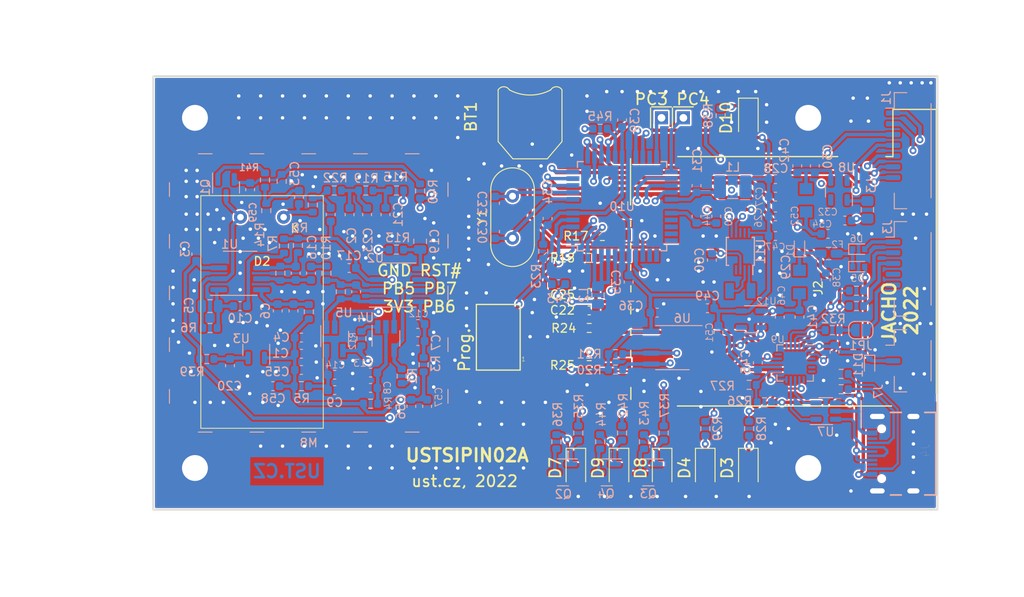
<source format=kicad_pcb>
(kicad_pcb (version 20211014) (generator pcbnew)
  (title_block (title "USTSIPIN02A") (date "%d. %m. %Y") (rev "02A") (company "UST.cz") (comment 1 "Silicon PIN dosimeter, spectrometer") (comment 2 "info@ust.cz"))
  (layers (0 "F.Cu" signal) (1 "In1.Cu" signal) (2 "In2.Cu" signal) (31 "B.Cu" signal) (34 "B.Paste" user) (35 "F.Paste" user) (36 "B.SilkS" user "B.Silkscreen") (37 "F.SilkS" user "F.Silkscreen") (38 "B.Mask" user) (39 "F.Mask" user) (44 "Edge.Cuts" user))
  (net 0 "")
  (net 1 "GND")
  (net 2 "Net-(C10-Pad2)")
  (net 3 "/VCC1")
  (net 4 "/VCC2")
  (net 5 "/VCC3")
  (net 6 "/VCC4")
  (net 7 "Net-(C10-Pad1)")
  (net 8 "Net-(C15-Pad1)")
  (net 9 "Net-(C15-Pad2)")
  (net 10 "Net-(C16-Pad1)")
  (net 11 "Net-(C18-Pad1)")
  (net 12 "Net-(C18-Pad2)")
  (net 13 "Net-(C19-Pad1)")
  (net 14 "Net-(R12-Pad2)")
  (net 15 "Net-(R13-Pad2)")
  (net 16 "Net-(C2-Pad1)")
  (net 17 "/A")
  (net 18 "/K")
  (net 19 "Net-(R1-Pad2)")
  (net 20 "Net-(C30-Pad1)")
  (net 21 "/cpu/AVCC")
  (net 22 "Net-(C33-Pad1)")
  (net 23 "/cpu/RST#_P")
  (net 24 "/cpu/PC0")
  (net 25 "/cpu/PC1")
  (net 26 "/cpu/PB5")
  (net 27 "/cpu/PB7")
  (net 28 "/cpu/PB6")
  (net 29 "Net-(U11-Pad1)")
  (net 30 "Net-(U11-Pad2)")
  (net 31 "+3V3")
  (net 32 "Net-(C21-Pad1)")
  (net 33 "Net-(C42-Pad1)")
  (net 34 "+5V")
  (net 35 "Net-(L3-Pad2)")
  (net 36 "PA1")
  (net 37 "PA0")
  (net 38 "Net-(C40-Pad1)")
  (net 39 "Vin")
  (net 40 "Net-(C29-Pad1)")
  (net 41 "/cpu/PC3")
  (net 42 "PB0")
  (net 43 "/Ubiasout")
  (net 44 "POWER_ANALOG_3V3")
  (net 45 "/cpu/SD_VDD")
  (net 46 "Net-(C37-Pad1)")
  (net 47 "Net-(D3-Pad1)")
  (net 48 "Net-(D4-Pad1)")
  (net 49 "UAV_5V")
  (net 51 "/cpu/TIMEPULSE")
  (net 52 "Net-(D5-Pad1)")
  (net 53 "Net-(D7-Pad1)")
  (net 60 "/cpu/EXTINT")
  (net 61 "/cpu/GEO_STAT")
  (net 62 "/cpu/TX1")
  (net 63 "/cpu/RX1")
  (net 68 "Net-(J2-Pad1)")
  (net 69 "Net-(J2-Pad2)")
  (net 70 "Net-(J2-Pad5)")
  (net 71 "Net-(J2-Pad7)")
  (net 74 "Net-(D8-Pad1)")
  (net 75 "/cpu/PC4")
  (net 76 "/power/D-")
  (net 77 "/power/D+")
  (net 78 "/power/RXLED{slash}CBUS1")
  (net 79 "/power/TXLED{slash}CBUS2")
  (net 80 "Net-(L2-Pad1)")
  (net 81 "/cpu/PB4")
  (net 82 "Net-(R26-Pad2)")
  (net 83 "/power/DM")
  (net 84 "/power/DP")
  (net 85 "Net-(D9-Pad1)")
  (net 86 "RST#")
  (net 87 "Net-(D10-Pad1)")
  (net 88 "/power/VBUS")
  (net 89 "RX0")
  (net 90 "TX0")
  (net 91 "Net-(J4-PadA5)")
  (net 93 "Net-(J4-PadB5)")
  (net 103 "Net-(J3-Pad2)")
  (net 104 "Net-(J3-Pad3)")
  (net 105 "Net-(J3-Pad5)")
  (net 106 "Net-(JP1-Pad1)")
  (net 107 "Net-(Q1-Pad1)")
  (net 108 "Net-(Q2-Pad1)")
  (net 109 "Net-(Q2-Pad3)")
  (net 110 "Net-(C20-Pad1)")
  (net 111 "/VCC5")
  (net 112 "Net-(Q3-Pad1)")
  (net 113 "Net-(Q3-Pad3)")
  (net 114 "Net-(Q4-Pad1)")
  (net 115 "Net-(Q4-Pad3)")
  (net 116 "/cpu/PC5_D1")
  (net 117 "/cpu/PC7_D3")
  (net 118 "/cpu/PC6_D2")
  (net 119 "Net-(BT1-Pad1)")
  (net 120 "Net-(R45-Pad1)")
  (footprint "Mlab_Mechanical:MountingHole_3mm" (layer "F.Cu") (at 174.972341 78.676927)
    (fp_text reference "M2" hide)
    (fp_text value "HOLE" hide)
  )
  (footprint "Mlab_Mechanical:MountingHole_3mm" (layer "F.Cu") (at 103.852341 78.676927)
    (fp_text reference "M3" hide)
    (fp_text value "HOLE" hide)
  )
  (footprint "Mlab_Mechanical:MountingHole_3mm" (layer "F.Cu") (at 103.852341 119.316927)
    (fp_text reference "M4" hide)
    (fp_text value "HOLE" hide)
  )
  (footprint "Mlab_D:HAMAMATSU_S2744-09" (layer "F.Cu") (at 111.632341 115.646927 -90)
    (fp_text reference "D2")
    (fp_text value "S2744-09" hide)
  )
  (footprint "Mlab_Pin_Headers:SMD_2x03" (layer "F.Cu") (at 139.026341 104.142927 180)
    (fp_text reference "J22" hide)
    (fp_text value "HEADER_2x03" hide)
  )
  (footprint "Mlab_Mechanical:MountingHole_3mm" (layer "F.Cu") (at 174.972341 119.316927)
    (fp_text reference "M1" hide)
    (fp_text value "HOLE" hide)
  )
  (footprint "Mlab_XTAL:Crystal_HC49-4H_Vertical" (layer "F.Cu") (at 140.682341 92.646927 90)
    (fp_text reference "Y1")
    (fp_text value "16MHz")
  )
  (footprint "Resistor_SMD:R_0603_1608Metric" (layer "F.Cu") (at 151.096341 92.392927)
    (fp_text reference "R17")
    (fp_text value "100R")
  )
  (footprint "Resistor_SMD:R_0603_1608Metric" (layer "F.Cu") (at 149.572341 107.378927)
    (fp_text reference "R25")
    (fp_text value "100R")
  )
  (footprint "LED_SMD:LED_1206_3216Metric" (layer "F.Cu") (at 153.026341 119.316927 -90)
    (fp_text reference "D9")
    (fp_text value "GREEN")
  )
  (footprint "Resistor_SMD:R_0603_1608Metric" (layer "F.Cu") (at 149.572341 103.060927)
    (fp_text reference "R24")
    (fp_text value "100R")
  )
  (footprint "LED_SMD:LED_1206_3216Metric" (layer "F.Cu") (at 148.026341 119.316927 -90)
    (fp_text reference "D7")
    (fp_text value "GREEN")
  )
  (footprint "Mlab_Pin_Headers:Straight_1x01" (layer "F.Cu") (at 160.494341 78.676927)
    (fp_text reference "J6" hide)
    (fp_text value "HEADER_1x01" hide)
  )
  (footprint "Capacitor_SMD:C_0603_1608Metric" (layer "F.Cu") (at 149.572341 98.996927 180)
    (fp_text reference "C25")
    (fp_text value "100nF")
  )
  (footprint "LED_SMD:LED_1206_3216Metric" (layer "F.Cu") (at 163.026341 119.316927 -90)
    (fp_text reference "D4")
    (fp_text value "GREEN")
  )
  (footprint "Capacitor_SMD:C_0603_1608Metric" (layer "F.Cu") (at 149.572341 101.028927 180)
    (fp_text reference "C22")
    (fp_text value "10uF")
  )
  (footprint "Mlab_Pin_Headers:Straight_1x01" (layer "F.Cu") (at 157.954341 78.676927)
    (fp_text reference "J5" hide)
    (fp_text value "HEADER_1x01" hide)
  )
  (footprint "LED_SMD:LED_1206_3216Metric" (layer "F.Cu") (at 168.026341 119.316927 -90)
    (fp_text reference "D3")
    (fp_text value "RED")
  )
  (footprint "LED_SMD:LED_1206_3216Metric" (layer "F.Cu") (at 168.026341 78.676927 -90)
    (fp_text reference "D10")
    (fp_text value "GREEN")
  )
  (footprint "Resistor_SMD:R_0603_1608Metric" (layer "F.Cu") (at 149.572341 94.932927)
    (fp_text reference "R18")
    (fp_text value "100R")
  )
  (footprint "Battery:BatteryHolder_Keystone_2998_1x6.8mm" (layer "F.Cu") (at 142.714341 78.930927)
    (fp_text reference "BT1")
    (fp_text value "KEYS2998")
  )
  (footprint "Mlab_CON:FPS009-4200-0" (layer "F.Cu") (at 189.822341 97.646927)
    (fp_text reference "J2")
    (fp_text value "SD_Card-FPS009-4200-0")
  )
  (footprint "LED_SMD:LED_1206_3216Metric" (layer "F.Cu") (at 158.026341 119.316927 -90)
    (fp_text reference "D8")
    (fp_text value "GREEN")
  )
  (footprint "Capacitor_SMD:C_0603_1608Metric" (layer "B.Cu") (at 107.916341 107.429727 -90)
    (fp_text reference "C20")
    (fp_text value "100nF" hide)
  )
  (footprint "Capacitor_SMD:C_0603_1608Metric" (layer "B.Cu") (at 116.196741 106.058127)
    (fp_text reference "C1")
    (fp_text value "10uF")
  )
  (footprint "Capacitor_SMD:C_0603_1608Metric" (layer "B.Cu") (at 104.012341 94.494427 90)
    (fp_text reference "C3")
    (fp_text value "1uF")
  )
  (footprint "Capacitor_SMD:C_0603_1608Metric" (layer "B.Cu") (at 116.196741 104.178527)
    (fp_text reference "C4")
    (fp_text value "10uF")
  )
  (footprint "Capacitor_SMD:C_0805_2012Metric" (layer "B.Cu") (at 105.599841 100.526927 180)
    (fp_text reference "C5")
    (fp_text value "1pFNP0 251R15S1R0AV4E" hide)
  )
  (footprint "Capacitor_SMD:C_0603_1608Metric" (layer "B.Cu") (at 113.453541 101.079727 -90)
    (fp_text reference "C6")
    (fp_text value "10uF")
  )
  (footprint "Capacitor_SMD:C_0603_1608Metric" (layer "B.Cu") (at 129.709541 104.584927 180)
    (fp_text reference "C7")
    (fp_text value "10uF")
  )
  (footprint "Capacitor_SMD:C_0603_1608Metric" (layer "B.Cu") (at 124.223141 110.020527 180)
    (fp_text reference "C8")
    (fp_text value "10uF")
  )
  (footprint "Capacitor_SMD:C_0603_1608Metric" (layer "B.Cu") (at 120.057541 110.274527)
    (fp_text reference "C9")
    (fp_text value "10uF")
  )
  (footprint "Capacitor_SMD:C_0603_1608Metric" (layer "B.Cu") (at 109.092341 100.526927 180)
    (fp_text reference "C10")
    (fp_text value "100nF" hide)
  )
  (footprint "Capacitor_SMD:C_0603_1608Metric" (layer "B.Cu") (at 115.282341 101.079727 -90)
    (fp_text reference "C11" hide)
    (fp_text value "100nF" hide)
  )
  (footprint "Capacitor_SMD:C_0603_1608Metric" (layer "B.Cu") (at 129.709541 102.603727 180)
    (fp_text reference "C12")
    (fp_text value "100nF")
  )
  (footprint "Capacitor_SMD:C_0603_1608Metric" (layer "B.Cu") (at 124.223141 108.242527 180)
    (fp_text reference "C13")
    (fp_text value "100nF")
  )
  (footprint "Capacitor_SMD:C_0603_1608Metric" (layer "B.Cu") (at 120.057541 108.496527)
    (fp_text reference "C14")
    (fp_text value "100nF")
  )
  (footprint "Capacitor_SMD:C_0603_1608Metric" (layer "B.Cu") (at 115.536341 96.710927 90)
    (fp_text reference "C15" hide)
    (fp_text value "3n3" hide)
  )
  (footprint "Capacitor_SMD:C_0603_1608Metric" (layer "B.Cu") (at 117.314341 96.710927 -90)
    (fp_text reference "C16")
    (fp_text value "100nF" hide)
  )
  (footprint "Capacitor_SMD:C_0603_1608Metric" (layer "B.Cu") (at 121.733941 96.101327 180)
    (fp_text reference "C17")
    (fp_text value "1uF")
  )
  (footprint "Capacitor_SMD:C_0603_1608Metric" (layer "B.Cu") (at 122.546741 98.857527 90)
    (fp_text reference "C18" hide)
    (fp_text value "2n2" hide)
  )
  (footprint "Capacitor_SMD:C_0805_2012Metric" (layer "B.Cu") (at 129.963541 93.002527 90)
    (fp_text reference "C19")
    (fp_text value "1nF/NP0")
  )
  (footprint "Resistor_SMD:R_0603_1608Metric" (layer "B.Cu") (at 130.369941 107.328127 -90)
    (fp_text reference "R3")
    (fp_text value "470R")
  )
  (footprint "Resistor_SMD:R_0603_1608Metric" (layer "B.Cu") (at 124.223141 111.849327 180)
    (fp_text reference "R4")
    (fp_text value "470R")
  )
  (footprint "Resistor_SMD:R_0603_1608Metric" (layer "B.Cu") (at 116.196741 109.817327 180)
    (fp_text reference "R5")
    (fp_text value "470R")
  )
  (footprint "Resistor_SMD:R_0603_1608Metric" (layer "B.Cu") (at 105.599841 103.066927 180)
    (fp_text reference "R6")
    (fp_text value "10M")
  )
  (footprint "Resistor_SMD:R_0603_1608Metric" (layer "B.Cu") (at 114.172341 93.541927 -90)
    (fp_text reference "R7")
    (fp_text value "10k")
  )
  (footprint "Resistor_SMD:R_0603_1608Metric" (layer "B.Cu") (at 115.790341 93.478427 90)
    (fp_text reference "R8")
    (fp_text value "1k")
  )
  (footprint "Resistor_SMD:R_0603_1608Metric" (layer "B.Cu") (at 113.758341 96.710927 90)
    (fp_text reference "R9" hide)
    (fp_text value "4k7" hide)
  )
  (footprint "Resistor_SMD:R_0603_1608Metric" (layer "B.Cu") (at 119.092341 96.710927 90)
    (fp_text reference "R10")
    (fp_text value "1k" hide)
  )
  (footprint "Resistor_SMD:R_0603_1608Metric" (layer "B.Cu") (at 120.768741 98.856727 90)
    (fp_text reference "R11" hide)
    (fp_text value "4k7" hide)
  )
  (footprint "Resistor_SMD:R_0603_1608Metric" (layer "B.Cu") (at 123.156341 104.296927 90)
    (fp_text reference "R12")
    (fp_text value "10k")
  )
  (footprint "Resistor_SMD:R_0603_1608Metric" (layer "B.Cu") (at 127.208141 93.967727 180)
    (fp_text reference "R13")
    (fp_text value "2k2")
  )
  (footprint "Package_SO:SOIC-8_3.9x4.9mm_P1.27mm" (layer "B.Cu") (at 109.092341 96.716927)
    (fp_text reference "U1")
    (fp_text value "OPA2314" hide)
  )
  (footprint "Package_TO_SOT_SMD:SOT-23-5_HandSoldering" (layer "B.Cu") (at 126.001141 104.280127 -90)
    (fp_text reference "U4")
    (fp_text value "TS7211" hide)
  )
  (footprint "Package_TO_SOT_SMD:SOT-23-5_HandSoldering" (layer "B.Cu") (at 120.057541 104.330927 -90)
    (fp_text reference "U5")
    (fp_text value "TS5A4594" hide)
  )
  (footprint "Resistor_SMD:R_0603_1608Metric" (layer "B.Cu") (at 117.060341 101.181327 -90)
    (fp_text reference "R2" hide)
    (fp_text value "470R" hide)
  )
  (footprint "Package_SO:SOIC-8_3.9x4.9mm_P1.27mm" (layer "B.Cu") (at 127.525141 98.082527)
    (fp_text reference "U2")
    (fp_text value "OPA2314")
  )
  (footprint "Resistor_SMD:R_0603_1608Metric" (layer "B.Cu") (at 127.829941 108.648927 90)
    (fp_text reference "R1")
    (fp_text value "10R")
  )
  (footprint "Capacitor_SMD:C_0603_1608Metric" (layer "B.Cu") (at 121.784741 89.903727 -90)
    (fp_text reference "C2")
    (fp_text value "100nF")
  )
  (footprint "Package_TO_SOT_SMD:SOT-23" (layer "B.Cu") (at 110.964341 105.600927 90)
    (fp_text reference "U3")
    (fp_text value "ISL21080DIH312Z-TK  1V25" hide)
  )
  (footprint "Capacitor_SMD:C_0603_1608Metric" (layer "B.Cu") (at 125.950341 89.903727 -90)
    (fp_text reference "C21")
    (fp_text value "10uF")
  )
  (footprint "Fuse:Fuse_0805_2012Metric" (layer "B.Cu") (at 177.336841 94.424927)
    (fp_text reference "F2")
    (fp_text value "SR010-15 100mA ")
  )
  (footprint "Inductor_SMD:L_0805_2012Metric_Pad1.15x1.40mm_HandSolder" (layer "B.Cu") (at 181.830341 89.344927 90)
    (fp_text reference "L3")
    (fp_text value "DFE252012P-4R7M")
  )
  (footprint "Capacitor_SMD:C_0603_1608Metric" (layer "B.Cu") (at 175.734341 84.251927 90)
    (fp_text reference "C50")
    (fp_text value "10uF")
  )
  (footprint "Capacitor_SMD:C_0603_1608Metric" (layer "B.Cu") (at 173.702341 84.251927 90)
    (fp_text reference "C42")
    (fp_text value "10uF")
  )
  (footprint "Mlab_L:FIR_0805" (layer "B.Cu") (at 174.718341 88.248927 -90)
    (fp_text reference "C52")
    (fp_text value "NFM21PC105-1uF" hide)
  )
  (footprint "Capacitor_SMD:C_0603_1608Metric" (layer "B.Cu") (at 162.018341 90.106927 90)
    (fp_text reference "C44")
    (fp_text value "100nF")
  )
  (footprint "Capacitor_SMD:C_0603_1608Metric" (layer "B.Cu") (at 164.304341 90.106927 90)
    (fp_text reference "C40")
    (fp_text value "10uF")
  )
  (footprint "Capacitor_SMD:C_0603_1608Metric" (layer "B.Cu") (at 162.018341 86.550927 90)
    (fp_text reference "C31")
    (fp_text value "100nF")
  )
  (footprint "Capacitor_SMD:C_0603_1608Metric" (layer "B.Cu") (at 171.162341 87.820927)
    (fp_text reference "C27")
    (fp_text value "100nF")
  )
  (footprint "Package_TO_SOT_SMD:SOT-23-5" (layer "B.Cu") (at 178.528341 87.058927 90)
    (fp_text reference "U8")
    (fp_text value "TPS613222ADBV" hide)
  )
  (footprint "Package_QFP:TQFP-44_10x10mm_P0.8mm" (layer "B.Cu") (at 153.386341 88.930927)
    (fp_text reference "U10")
    (fp_text value "ATMEGA1284P-AU" hide)
  )
  (footprint "Resistor_SMD:R_0603_1608Metric" (layer "B.Cu") (at 152.620341 107.886927 180)
    (fp_text reference "R20")
    (fp_text value "10k")
  )
  (footprint "Mlab_L:FIR_0805" (layer "B.Cu") (at 173.956341 97.726927 -90)
    (fp_text reference "C29")
    (fp_text value "NFM21PC105-1uF" hide)
  )
  (footprint "Resistor_SMD:R_0603_1608Metric" (layer "B.Cu") (at 144.238341 94.170927 90)
    (fp_text reference "R23")
    (fp_text value "10k")
  )
  (footprint "Capacitor_SMD:C_0603_1608Metric" (layer "B.Cu") (at 171.162341 90.106927)
    (fp_text reference "C26")
    (fp_text value "100nF")
  )
  (footprint "Capacitor_SMD:C_0603_1608Metric" (layer "B.Cu") (at 171.162341 85.788927)
    (fp_text reference "C28")
    (fp_text value "100nF")
  )
  (footprint "Capacitor_SMD:C_0603_1608Metric" (layer "B.Cu") (at 138.650341 91.884927 90)
    (fp_text reference "C30")
    (fp_text value "15pF")
  )
  (footprint "Capacitor_SMD:C_0603_1608Metric" (layer "B.Cu") (at 138.650341 88.582927 -90)
    (fp_text reference "C33")
    (fp_text value "15pF")
  )
  (footprint "Capacitor_SMD:C_0603_1608Metric" (layer "B.Cu") (at 144.746341 90.360927 90)
    (fp_text reference "C34")
    (fp_text value "100nF")
  )
  (footprint "Capacitor_SMD:C_0603_1608Metric" (layer "B.Cu") (at 154.144341 97.726927 -90)
    (fp_text reference "C35")
    (fp_text value "100nF")
  )
  (footprint "Capacitor_SMD:C_0603_1608Metric" (layer "B.Cu") (at 153.382341 78.930927 90)
    (fp_text reference "C39")
    (fp_text value "100nF")
  )
  (footprint "Capacitor_SMD:C_0603_1608Metric" (layer "B.Cu") (at 146.016341 97.980927)
    (fp_text reference "C43")
    (fp_text value "4u7")
  )
  (footprint "Capacitor_SMD:C_0603_1608Metric" (layer "B.Cu") (at 171.162341 92.392927)
    (fp_text reference "C47")
    (fp_text value "100nF")
  )
  (footprint "Inductor_SMD:L_1210_3225Metric_Pad1.42x2.65mm_HandSolder" (layer "B.Cu") (at 166.209341 86.677927 180)
    (fp_text reference "L1")
    (fp_text value "10uH - LQH32CN100K23L")
  )
  (footprint "Resistor_SMD:R_0603_1608Metric" (layer "B.Cu") (at 152.620341 106.108927 180)
    (fp_text reference "R21")
    (fp_text value "10k")
  )
  (footprint "Package_SO:TSSOP-10_3x3mm_P0.5mm" (layer "B.Cu") (at 167.098341 94.170927 90)
    (fp_text reference "U11")
    (fp_text value "PCF85263A")
  )
  (footprint "Mlab_XTAL:ABS07" (layer "B.Cu") (at 167.098341 98.742927 180)
    (fp_text reference "Y2")
    (fp_text value "ABS07-120-32.768KHZ-T" hide)
  )
  (footprint "Capacitor_SMD:C_0603_1608Metric" (layer "B.Cu") (at 123.816741 89.903727 -90)
    (fp_text reference "C23")
    (fp_text value "10uF")
  )
  (footprint "Capacitor_SMD:C_0603_1608Metric" (layer "B.Cu") (at 119.600341 89.903727 -90)
    (fp_text reference "C24" hide)
    (fp_text value "1uF")
  )
  (footprint "Capacitor_SMD:C_0603_1608Metric" (layer "B.Cu") (at 179.222341 90.596927 180)
    (fp_text reference "C32")
    (fp_text value "100nF")
  )
  (footprint "Capacitor_SMD:C_0603_1608Metric" (layer "B.Cu") (at 177.258341 92.138927)
    (fp_text reference "C54")
    (fp_text value "100nF")
  )
  (footprint "Resistor_SMD:R_0603_1608Metric" (layer "B.Cu") (at 127.220341 87.109727)
    (fp_text reference "R15")
    (fp_text value "4k7")
  )
  (footprint "Resistor_SMD:R_0603_1608Metric" (layer "B.Cu") (at 123.664341 87.109727)
    (fp_text reference "R19")
    (fp_text value "4k7")
  )
  (footprint "Resistor_SMD:R_0603_1608Metric" (layer "B.Cu") (at 120.006741 87.109727)
    (fp_text reference "R22")
    (fp_text value "4k7")
  )
  (footprint "RF_Shielding:Laird_Technologies_BMI-S-204-F_32.00x32.00mm" (layer "B.Cu") (at 117.044341 98.996927)
    (fp_text reference "M8")
    (fp_text value "BMI-S-204-F")
  )
  (footprint "Connector_JST:JST_GH_SM06B-GHS-TB_1x06-1MP_P1.25mm_Horizontal" (layer "B.Cu") (at 186.656341 96.202927 -90)
    (fp_text reference "J3")
    (fp_text value "SM06B-GHS-TB")
  )
  (footprint "Package_TO_SOT_SMD:SOT-23" (layer "B.Cu") (at 146.524341 119.824927 180)
    (fp_text reference "Q2")
    (fp_text value "BC817-25")
  )
  (footprint "Capacitor_SMD:C_0603_1608Metric" (layer "B.Cu") (at 112.894741 109.817327 180)
    (fp_text reference "C58")
    (fp_text value "10uF")
  )
  (footprint "Resistor_SMD:R_0603_1608Metric" (layer "B.Cu") (at 105.223941 106.667727 180)
    (fp_text reference "R39")
    (fp_text value "100R")
  )
  (footprint "Resistor_SMD:R_0603_1608Metric" (layer "B.Cu") (at 158.208341 115.252927 -90)
    (fp_text reference "R37")
    (fp_text value "220R")
  )
  (footprint "Capacitor_SMD:C_0603_1608Metric" (layer "B.Cu") (at 110.253141 87.008127 -90)
    (fp_text reference "C59")
    (fp_text value "100nF")
  )
  (footprint "Connector_JST:JST_GH_SM08B-GHS-TB_1x08-1MP_P1.25mm_Horizontal" (layer "B.Cu") (at 186.656341 82.486927 -90)
    (fp_text reference "J1")
    (fp_text value "SM08B-GHS-TB")
  )
  (footprint "Resistor_SMD:R_0603_1608Metric" (layer "B.Cu") (at 153.382341 115.252927 -90)
    (fp_text reference "R42")
    (fp_text value "220R")
  )
  (footprint "Resistor_SMD:R_0603_1608Metric" (layer "B.Cu") (at 150.842341 116.268927 90)
    (fp_text reference "R44")
    (fp_text value "220R")
  )
  (footprint "Resistor_SMD:R_0603_1608Metric" (layer "B.Cu") (at 168.114341 114.744927 90)
    (fp_text reference "R28")
    (fp_text value "180R")
  )
  (footprint "Capacitor_SMD:C_0603_1608Metric" (layer "B.Cu") (at 115.922341 87.896927 -90)
    (fp_text reference "C37" hide)
    (fp_text value "1uF" hide)
  )
  (footprint "Capacitor_SMD:C_0603_1608Metric" (layer "B.Cu") (at 116.196741 107.937727)
    (fp_text reference "C55")
    (fp_text value "10uF")
  )
  (footprint "Connector_JST:JST_GH_SM03B-GHS-TB_1x03-1MP_P1.25mm_Horizontal" (layer "B.Cu") (at 186.656341 106.870927 -90)
    (fp_text reference "J7")
    (fp_text value "SM03B-GHS-TB")
  )
  (footprint "Diode_SMD:D_SOD-523" (layer "B.Cu") (at 180.814341 93.916927)
    (fp_text reference "D6")
    (fp_text value "BZX585-B5V6.115")
  )
  (footprint "Capacitor_SMD:C_0603_1608Metric" (layer "B.Cu") (at 178.020341 105.854927 -90)
    (fp_text reference "C48" hide)
    (fp_text value "100nF")
  )
  (footprint "Package_TO_SOT_SMD:SOT-23" (layer "B.Cu") (at 107.459141 86.754127 -90)
    (fp_text reference "Q1")
    (fp_text value "2SK2394-6" hide)
  )
  (footprint "Resistor_SMD:R_0603_1608Metric" (layer "B.Cu") (at 111.972341 85.896927 90)
    (fp_text reference "R41")
    (fp_text value "0R")
  )
  (footprint "Mlab_CON:USBC GCT_USB4105-GF-A" (layer "B.Cu") (at 187.164341 117.654427 -90)
    (fp_text reference "J4")
    (fp_text value "USBC_USB4105-GF-A")
  )
  (footprint "Resistor_SMD:R_0603_1608Metric" (layer "B.Cu") (at 168.114341 109.664927 180)
    (fp_text reference "R27")
    (fp_text value "10k")
  )
  (footprint "Resistor_SMD:R_0603_1608Metric" (layer "B.Cu") (at 180.560341 100.520927)
    (fp_text reference "R34" hide)
    (fp_text value "100R")
  )
  (footprint "Inductor_SMD:L_0805_2012Metric_Pad1.15x1.40mm_HandSolder" (layer "B.Cu") (at 150.588341 99.250927 -90)
    (fp_text reference "L2")
    (fp_text value "100uH")
  )
  (footprint "Resistor_SMD:R_0603_1608Metric" (layer "B.Cu") (at 155.922341 116.268927 90)
    (fp_text reference "R43")
    (fp_text value "220R")
  )
  (footprint "Resistor_SMD:R_0603_1608Metric" (layer "B.Cu") (at 178.782341 110.172927 180)
    (fp_text reference "R30" hide)
    (fp_text value "5k1")
  )
  (footprint "Capacitor_SMD:C_0603_1608Metric" (layer "B.Cu") (at 130.776341 112.154127 -90)
    (fp_text reference "C57")
    (fp_text value "10uF")
  )
  (footprint "Package_TO_SOT_SMD:SOT-23-6" (layer "B.Cu") (at 177.004341 112.712927)
    (fp_text reference "U7")
    (fp_text value "USBLC6-2SC6")
  )
  (footprint "Resistor_SMD:R_0603_1608Metric" (layer "B.Cu") (at 112.122341 89.446927 -90)
    (fp_text reference "R14")
    (fp_text value "4k7" hide)
  )
  (footprint "Jumper:SolderJumper-2_P1.3mm_Open_RoundedPad1.0x1.5mm" (layer "B.Cu") (at 181.068341 103.314927)
    (fp_text reference "JP1")
    (fp_text value "SolderJumper_2_Open")
  )
  (footprint "Resistor_SMD:R_0603_1608Metric" (layer "B.Cu") (at 129.963541 87.160527 -90)
    (fp_text reference "R40")
    (fp_text value "470R")
  )
  (footprint "Resistor_SMD:R_0603_1608Metric" (layer "B.Cu") (at 163.034341 114.744927 90)
    (fp_text reference "R29")
    (fp_text value "180R")
  )
  (footprint "Capacitor_SMD:C_0603_1608Metric" (layer "B.Cu") (at 128.947541 112.154127 -90)
    (fp_text reference "C56")
    (fp_text value "10uF")
  )
  (footprint "Diode_SMD:D_SOD-523" (layer "B.Cu") (at 182.084341 107.378927 -90)
    (fp_text reference "D11")
    (fp_text value "BZX585-B5V6.115")
  )
  (footprint "Capacitor_SMD:C_0603_1608Metric" (layer "B.Cu") (at 163.288341 100.774927 180)
    (fp_text reference "C49")
    (fp_text value "10uF")
  )
  (footprint "Resistor_SMD:R_0603_1608Metric" (layer "B.Cu") (at 178.782341 108.394927 180)
    (fp_text reference "R31" hide)
    (fp_text value "5k1")
  )
  (footprint "Capacitor_SMD:C_0603_1608Metric" (layer "B.Cu") (at 163.796341 95.186927 -90)
    (fp_text reference "C60")
    (fp_text value "100nF")
  )
  (footprint "Capacitor_SMD:C_0603_1608Metric" (layer "B.Cu") (at 177.004341 97.472927 -90)
    (fp_text reference "C38")
    (fp_text value "10uF")
  )
  (footprint "Package_TO_SOT_SMD:SOT-23" (layer "B.Cu") (at 156.430341 119.824927 180)
    (fp_text reference "Q3")
    (fp_text value "BC817-25")
  )
  (footprint "Package_DFN_QFN:QFN-20-1EP_4x4mm_P0.5mm_EP2.5x2.5mm" (layer "B.Cu") (at 173.448341 107.124927 180)
    (fp_text reference "U9")
    (fp_text value "FT231XQ")
  )
  (footprint "Resistor_SMD:R_0603_1608Metric" (layer "B.Cu") (at 117.517541 88.786127 90)
    (fp_text reference "R16" hide)
    (fp_text value "4k7")
  )
  (footprint "Capacitor_SMD:C_0603_1608Metric" (layer "B.Cu") (at 171.670341 101.790927 -90)
    (fp_text reference "C46")
    (fp_text value "100nF")
  )
  (footprint "Resistor_SMD:R_0603_1608Metric" (layer "B.Cu") (at 113.910741 86.055927 -90)
    (fp_text reference "C53")
    (fp_text value "10uF")
  )
  (footprint "Capacitor_SMD:C_0603_1608Metric" (layer "B.Cu") (at 173.956341 101.790927 -90)
    (fp_text reference "C41")
    (fp_text value "10uF")
  )
  (footprint "Resistor_SMD:R_0603_1608Metric" (layer "B.Cu") (at 150.842341 79.946927 180)
    (fp_text reference "R45")
    (fp_text value "100R")
  )
  (footprint "Resistor_SMD:R_0603_1608Metric" (layer "B.Cu") (at 145.762341 116.268927 90)
    (fp_text reference "R36")
    (fp_text value "220R")
  )
  (footprint "Diode_SMD:D_SOD-523" (layer "B.Cu") (at 173.956341 93.662927 90)
    (fp_text reference "D1")
    (fp_text value "BZX585-B5V6.115")
  )
  (footprint "Resistor_SMD:R_0603_1608Metric" (layer "B.Cu") (at 169.892341 111.696927 180)
    (fp_text reference "R26")
    (fp_text value "4k7")
  )
  (footprint "Package_TO_SOT_SMD:SOT-23-5" (layer "B.Cu") (at 168.368341 102.044927 180)
    (fp_text reference "U12")
    (fp_text value "MIC5504-3.3YM5")
  )
  (footprint "Capacitor_SMD:C_0603_1608Metric" (layer "B.Cu") (at 169.130341 107.111927 90)
    (fp_text reference "C45")
    (fp_text value "100nF")
  )
  (footprint "Package_TO_SOT_SMD:SOT-23" (layer "B.Cu") (at 151.604341 119.824927 180)
    (fp_text reference "Q4")
    (fp_text value "BC817-25")
  )
  (footprint "Resistor_SMD:R_0603_1608Metric" (layer "B.Cu") (at 177.766341 103.314927)
    (fp_text reference "R32")
    (fp_text value "100R")
  )
  (footprint "Diode_SMD:D_SOD-523" (layer "B.Cu") (at 180.814341 95.948927)
    (fp_text reference "D5")
    (fp_text value "BZX585-B5V6.115")
  )
  (footprint "Capacitor_SMD:C_0603_1608Metric" (layer "B.Cu") (at 164.558341 103.568927 -90)
    (fp_text reference "C51")
    (fp_text value "100nF")
  )
  (footprint "Package_SO:SOIC-8_3.9x4.9mm_P1.27mm" (layer "B.Cu") (at 159.224341 105.346927 180)
    (fp_text reference "U6")
    (fp_text value "AT24CS64-SSHM")
  )
  (footprint "Capacitor_SMD:C_0603_1608Metric" (layer "B.Cu") (at 157.446341 101.282927)
    (fp_text reference "C36")
    (fp_text value "100nF")
  )
  (footprint "Resistor_SMD:R_0603_1608Metric" (layer "B.Cu") (at 164.812341 78.422927 -90)
    (fp_text reference "R38")
    (fp_text value "180R")
  )
  (footprint "Resistor_SMD:R_0603_1608Metric" (layer "B.Cu") (at 148.302341 115.252927 -90)
    (fp_text reference "R35")
    (fp_text value "220R")
  )
  (footprint "Resistor_SMD:R_0603_1608Metric" (layer "B.Cu") (at 180.560341 98.742927)
    (fp_text reference "R33" hide)
    (fp_text value "100R")
  )
  (gr_line (start 99.026341 73.850927) (end 189.958341 73.850927) (layer "Edge.Cuts") (width 0.2))
  (gr_line (start 99.026341 124.142927) (end 99.026341 73.850927) (layer "Edge.Cuts") (width 0.2))
  (gr_line (start 99.026341 124.142927) (end 189.958341 124.142927) (layer "Edge.Cuts") (width 0.2))
  (gr_line (start 189.958341 124.142927) (end 189.958341 73.850927) (layer "Edge.Cuts") (width 0.2))
  (gr_text "UST.CZ" (at 114.520341 119.697927) (layer "B.Cu") (effects (font (size 1.5 1.5) (thickness 0.3)) (justify mirror)))
  (gr_text "USTSIPIN02A" (at 135.422341 117.846927) (layer "F.SilkS") (effects (font (size 1.5 1.5) (thickness 0.3))))
  (gr_text "2022" (at 186.910341 101.028927 90) (layer "F.SilkS") (effects (font (size 1.5 1.5) (thickness 0.3))))
  (gr_text "GND RST#\nPB5 PB7\n3V3 PB6" (at 129.887341 98.488927) (layer "F.SilkS") (effects (font (size 1.3 1.3) (thickness 0.2))))
  (gr_text "ust.cz, 2022" (at 135.122341 120.846927) (layer "F.SilkS") (effects (font (size 1.3 1.3) (thickness 0.2))))
  (gr_text "PC3 PC4" (at 159.2 76.517927) (layer "F.SilkS") (effects (font (size 1.3 1.3) (thickness 0.2))))
  (gr_text "Prog." (at 135.094341 105.600927 90) (layer "F.SilkS") (effects (font (size 1.3 1.3) (thickness 0.2))))
  (gr_text "JACHO" (at 184.370341 101.282927 90) (layer "F.SilkS") (effects (font (size 1.5 1.5) (thickness 0.3))))
  (segment (start 103.758341 98.748927) (end 103.758341 97.478927) (width 0.25) (layer "F.Cu") (net 1))
  (segment (start 109.092341 95.446927) (end 109.092341 96.716927) (width 0.25) (layer "F.Cu") (net 1))
  (via (at 113.504341 112.052527) (size 0.8) (drill 0.4) (layers "F.Cu" "B.Cu") (net 1))
  (via (at 118.685941 100.266927) (size 0.8) (drill 0.4) (layers "F.Cu" "B.Cu") (net 1))
  (via (at 118.685941 98.844527) (size 0.8) (drill 0.4) (layers "F.Cu" "B.Cu") (net 1))
  (via (at 108.932341 109.918927) (size 0.8) (drill 0.4) (layers "F.Cu" "B.Cu") (net 1))
  (via (at 103.395141 108.140927) (size 0.8) (drill 0.4) (layers "F.Cu" "B.Cu") (net 1))
  (via (at 103.217341 105.981927) (size 0.8) (drill 0.4) (layers "F.Cu" "B.Cu") (net 1))
  (via (at 101.947341 104.711927) (size 0.8) (drill 0.4) (layers "F.Cu" "B.Cu") (net 1))
  (via (at 101.312341 103.441927) (size 0.8) (drill 0.4) (layers "F.Cu" "B.Cu") (net 1))
  (via (at 101.312341 102.171927) (size 0.8) (drill 0.4) (layers "F.Cu" "B.Cu") (net 1))
  (via (at 101.312341 100.266927) (size 0.8) (drill 0.4) (layers "F.Cu" "B.Cu") (net 1))
  (via (at 101.312341 98.361927) (size 0.8) (drill 0.4) (layers "F.Cu" "B.Cu") (net 1))
  (via (at 101.312341 96.456927) (size 0.8) (drill 0.4) (layers "F.Cu" "B.Cu") (net 1))
  (via (at 117.060341 94.475727) (size 0.8) (drill 0.4) (layers "F.Cu" "B.Cu") (net 1))
  (via (at 118.228741 94.424927) (size 0.8) (drill 0.4) (layers "F.Cu" "B.Cu") (net 1))
  (via (at 119.397141 94.424927) (size 0.8) (drill 0.4) (layers "F.Cu" "B.Cu") (net 1))
  (via (at 102.836341 86.042927) (size 0.8) (drill 0.4) (layers "F.Cu" "B.Cu") (net 1))
  (via (at 129.252341 119.316927) (size 0.8) (drill 0.4) (layers "F.Cu" "B.Cu") (net 1))
  (via (at 125.188341 92.392927) (size 0.8) (drill 0.4) (layers "F.Cu" "B.Cu") (net 1))
  (via (at 116.044341 90.614927) (size 0.8) (drill 0.4) (layers "F.Cu" "B.Cu") (net 1))
  (via (at 157.192341 92.392927) (size 0.8) (drill 0.4) (layers "F.Cu" "B.Cu") (net 1))
  (via (at 111.472341 78.676927) (size 0.8) (drill 0.4) (layers "F.Cu" "B.Cu") (net 1))
  (via (at 161.002341 82.232927) (size 0.8) (drill 0.4) (layers "F.Cu" "B.Cu") (net 1))
  (via (at 109.092341 96.716927) (size 0.8) (drill 0.4) (layers "F.Cu" "B.Cu") (net 1))
  (via (at 178.274341 115.506927) (size 0.8) (drill 0.4) (layers "F.Cu" "B.Cu") (net 1))
  (via (at 187.926341 102.552927) (size 0.8) (drill 0.4) (layers "F.Cu" "B.Cu") (net 1))
  (via (at 187.164341 108.394927) (size 0.8) (drill 0.4) (layers "F.Cu" "B.Cu") (net 1))
  (via (at 147.872341 98.446927) (size 0.8) (drill 0.4) (layers "F.Cu" "B.Cu") (net 1))
  (via (at 162.780341 92.392927) (size 0.8) (drill 0.4) (layers "F.Cu" "B.Cu") (net 1))
  (via (at 117.572341 86.646927) (size 0.8) (drill 0.4) (layers "F.Cu" "B.Cu") (net 1))
  (via (at 147.540341 82.994927) (size 0.8) (drill 0.4) (layers "F.Cu" "B.Cu") (net 1))
  (via (at 113.910741 98.844527) (size 0.8) (drill 0.4) (layers "F.Cu" "B.Cu") (net 1))
  (via (at 170.146341 77.152927) (size 0.8) (drill 0.4) (layers "F.Cu" "B.Cu") (net 1))
  (via (at 123.472341 102.096927) (size 0.8) (drill 0.4) (layers "F.Cu" "B.Cu") (net 1))
  (via (at 160.494341 75.628927) (size 0.8) (drill 0.4) (layers "F.Cu" "B.Cu") (net 1))
  (via (at 126.712341 116.776927) (size 0.8) (drill 0.4) (layers "F.Cu" "B.Cu") (net 1))
  (via (at 155.160341 101.028927) (size 0.8) (drill 0.4) (layers "F.Cu" "B.Cu") (net 1))
  (via (at 116.298341 85.280927) (size 0.8) (drill 0.4) (layers "F.Cu" "B.Cu") (net 1))
  (via (at 171.670341 99.250927) (size 0.8) (drill 0.4) (layers "F.Cu" "B.Cu") (net 1))
  (via (at 111.726341 108.140927) (size 0.8) (drill 0.4) (layers "F.Cu" "B.Cu") (net 1))
  (via (at 131.538341 90.868927) (size 0.8) (drill 0.4) (layers "F.Cu" "B.Cu") (net 1))
  (via (at 119.092341 78.676927) (size 0.8) (drill 0.4) (layers "F.Cu" "B.Cu") (net 1))
  (via (at 121.124341 85.534927) (size 0.8) (drill 0.4) (layers "F.Cu" "B.Cu") (net 1))
  (via (at 131.792341 76.136927) (size 0.8) (drill 0.4) (layers "F.Cu" "B.Cu") (net 1))
  (via (at 134 106.8) (size 0.8) (drill 0.4) (layers "F.Cu" "B.Cu") (net 1))
  (via (at 150.842341 88.582927) (size 0.8) (drill 0.4) (layers "F.Cu" "B.Cu") (net 1))
  (via (at 131.792341 78.676927) (size 0.8) (drill 0.4) (layers "F.Cu" "B.Cu") (net 1))
  (via (at 168.114341 122.618927) (size 0.8) (drill 0.4) (layers "F.Cu" "B.Cu") (net 1))
  (via (at 141.952341 114.236927) (size 0.8) (drill 0.4) (layers "F.Cu" "B.Cu") (net 1))
  (via (at 185.640341 102.552927) (size 0.8) (drill 0.4) (layers "F.Cu" "B.Cu") (net 1))
  (via (at 160.748341 122.618927) (size 0.8) (drill 0.4) (layers "F.Cu" "B.Cu") (net 1))
  (via (at 122.902341 85.534927) (size 0.8) (drill 0.4) (layers "F.Cu" "B.Cu") (net 1))
  (via (at 139.412341 114.236927) (size 0.8) (drill 0.4) (layers "F.Cu" "B.Cu") (net 1))
  (via (at 135.602341 90.106927) (size 0.8) (drill 0.4) (layers "F.Cu" "B.Cu") (net 1))
  (via (at 184.116341 109.410927) (size 0.8) (drill 0.4) (layers "F.Cu" "B.Cu") (net 1))
  (via (at 169.384341 93.662927) (size 0.8) (drill 0.4) (layers "F.Cu" "B.Cu") (net 1))
  (via (at 169.130341 82.232927) (size 0.8) (drill 0.4) (layers "F.Cu" "B.Cu") (net 1))
  (via (at 151.350341 122.618927) (size 0.8) (drill 0.4) (layers "F.Cu" "B.Cu") (net 1))
  (via (at 162.272341 82.232927) (size 0.8) (drill 0.4) (layers "F.Cu" "B.Cu") (net 1))
  (via (at 123.664341 92.392927) (size 0.8) (drill 0.4) (layers "F.Cu" "B.Cu") (net 1))
  (via (at 185.640341 110.045927) (size 0.8) (drill 0.4) (layers "F.Cu" "B.Cu") (net 1))
  (via (at 147.032341 110.426927) (size 0.8) (drill 0.4) (layers "F.Cu" "B.Cu") (net 1))
  (via (at 124.172341 76.136927) (size 0.8) (drill 0.4) (layers "F.Cu" "B.Cu") (net 1))
  (via (at 104.106341 91.630927) (size 0.8) (drill 0.4) (layers "F.Cu" "B.Cu") (net 1))
  (via (at 144.746341 104.076927) (size 0.8) (drill 0.4) (layers "F.Cu" "B.Cu") (net 1))
  (via (at 110.202341 110.680927) (size 0.8) (drill 0.4) (layers "F.Cu" "B.Cu") (net 1))
  (via (at 102.836341 89.852927) (size 0.8) (drill 0.4) (layers "F.Cu" "B.Cu") (net 1))
  (via (at 135.348341 100.774927) (size 0.8) (drill 0.4) (layers "F.Cu" "B.Cu") (net 1))
  (via (at 129.252341 78.676927) (size 0.8) (drill 0.4) (layers "F.Cu" "B.Cu") (net 1))
  (via (at 121.632341 78.676927) (size 0.8) (drill 0.4) (layers "F.Cu" "B.Cu") (net 1))
  (via (at 145.762341 101.790927) (size 0.8) (drill 0.4) (layers "F.Cu" "B.Cu") (net 1))
  (via (at 109.091798 94.196362) (size 0.8) (drill 0.4) (layers "F.Cu" "B.Cu") (net 1))
  (via (at 149.318341 76.136927) (size 0.8) (drill 0.4) (layers "F.Cu" "B.Cu") (net 1))
  (via (at 182.719341 105.600927) (size 0.8) (drill 0.4) (layers "F.Cu" "B.Cu") (net 1))
  (via (at 178.782341 95.948927) (size 0.8) (drill 0.4) (layers "F.Cu" "B.Cu") (net 1))
  (via (at 164.558341 115.252927) (size 0.8) (drill 0.4) (layers "F.Cu" "B.Cu") (net 1))
  (via (at 111.472341 76.136927) (size 0.8) (drill 0.4) (layers "F.Cu" "B.Cu") (net 1))
  (via (at 111.472341 116.776927) (size 0.8) (drill 0.4) (layers "F.Cu" "B.Cu") (net 1))
  (via (at 106.138341 105.092927) (size 0.8) (drill 0.4) (layers "F.Cu" "B.Cu") (net 1))
  (via (at 134.332341 78.676927) (size 0.8) (drill 0.4) (layers "F.Cu" "B.Cu") (net 1))
  (via (at 120.616341 94.678927) (size 0.8) (drill 0.4) (layers "F.Cu" "B.Cu") (net 1))
  (via (at 131.538341 109.918927) (size 0.8) (drill 0.4) (layers "F.Cu" "B.Cu") (net 1))
  (via (at 141.444341 84.264927) (size 0.8) (drill 0.4) (layers "F.Cu" "B.Cu") (net 1))
  (via (at 185.640341 74.612927) (size 0.8) (drill 0.4) (layers "F.Cu" "B.Cu") (net 1))
  (via (at 176.496341 90.614927) (size 0.8) (drill 0.4) (layers "F.Cu" "B.Cu") (net 1))
  (via (at 164.050341 97.726927) (size 0.8) (drill 0.4) (layers "F.Cu" "B.Cu") (net 1))
  (via (at 127.728341 85.534927) (size 0.8) (drill 0.4) (layers "F.Cu" "B.Cu") (net 1))
  (via (at 155.922341 110.426927) (size 0.8) (drill 0.4) (layers "F.Cu" "B.Cu") (net 1))
  (via (at 139.412341 84.264927) (size 0.8) (drill 0.4) (layers "F.Cu" "B.Cu") (net 1))
  (via (at 134.332341 119.316927) (size 0.8) (drill 0.4) (layers "F.Cu" "B.Cu") (net 1))
  (via (at 131.538341 107.124927) (size 0.8) (drill 0.4) (layers "F.Cu" "B.Cu") (net 1))
  (via (at 131.792341 119.316927) (size 0.8) (drill 0.4) (layers "F.Cu" "B.Cu") (net 1))
  (via (at 129.122341 106.096927) (size 0.8) (drill 0.4) (layers "F.Cu" "B.Cu") (net 1))
  (via (at 107.154341 111.696927) (size 0.8) (drill 0.4) (layers "F.Cu" "B.Cu") (net 1))
  (via (at 187.164341 116.522927) (size 0.8) (drill 0.4) (layers "F.Cu" "B.Cu") (net 1))
  (via (at 121.632341 119.316927) (size 0.8) (drill 0.4) (layers "F.Cu" "B.Cu") (net 1))
  (via (at 129.372341 109.996927) (size 0.8) (drill 0.4) (layers "F.Cu" "B.Cu") (net 1))
  (via (at 188.434341 98.488927) (size 0.8) (drill 0.4) (layers "F.Cu" "B.Cu") (net 1))
  (via (at 187.418341 92.646927) (size 0.8) (drill 0.4) (layers "F.Cu" "B.Cu") (net 1))
  (via (at 168.876341 75.628927) (size 0.8) (drill 0.4) (layers "F.Cu" "B.Cu") (net 1))
  (via (at 126.712341 92.392927) (size 0.8) (drill 0.4) (layers "F.Cu" "B.Cu") (net 1))
  (via (at 141.952341 111.696927) (size 0.8) (drill 0.4) (layers "F.Cu" "B.Cu") (net 1))
  (via (at 102.836341 87.820927) (size 0.8) (drill 0.4) (layers "F.Cu" "B.Cu") (net 1))
  (via (at 171.924341 94.170927) (size 0.8) (drill 0.4) (layers "F.Cu" "B.Cu") (net 1))
  (via (at 158.208341 100.266927) (size 0.8) (drill 0.4) (layers "F.Cu" "B.Cu") (net 1))
  (via (at 137.888341 95.694927) (size 0.8) (drill 0.4) (layers "F.Cu" "B.Cu") (net 1))
  (via (at 122.140341 92.392927) (size 0.8) (drill 0.4) (layers "F.Cu" "B.Cu") (net 1))
  (via (at 186.910341 74.612927) (size 0.8) (drill 0.4) (layers "F.Cu" "B.Cu") (net 1))
  (via (at 151.604341 75.628927) (size 0.8) (drill 0.4) (layers "F.Cu" "B.Cu") (net 1))
  (via (at 163.796341 105.854927) (size 0.8) (drill 0.4) (layers "F.Cu" "B.Cu") (net 1))
  (via (at 135.602341 92.646927) (size 0.8) (drill 0.4) (layers "F.Cu" "B.Cu") (net 1))
  (via (at 171.416341 103.822927) (size 0.8) (drill 0.4) (layers "F.Cu" "B.Cu") (net 1))
  (via (at 158.462341 75.628927) (size 0.8) (drill 0.4) (layers "F.Cu" "B.Cu") (net 1))
  (via (at 102.836341 91.630927) (size 0.8) (drill 0.4) (layers "F.Cu" "B.Cu") (net 1))
  (via (at 119.092341 116.776927) (size 0.8) (drill 0.4) (layers "F.Cu" "B.Cu") (net 1))
  (via (at 127.474341 89.852927) (size 0.8) (drill 0.4) (layers "F.Cu" "B.Cu") (net 1))
  (via (at 111.980341 91.630927) (size 0.8) (drill 0.4) (layers "F.Cu" "B.Cu") (net 1))
  (via (at 121.632341 116.776927) (size 0.8) (drill 0.4) (layers "F.Cu" "B.Cu") (net 1))
  (via (at 159.986341 108.902927) (size 0.8) (drill 0.4) (layers "F.Cu" "B.Cu") (net 1))
  (via (at 122.140341 108.344127) (size 0.8) (drill 0.4) (layers "F.Cu" "B.Cu") (net 1))
  (via (at 121.124341 91.884927) (size 0.8) (drill 0.4) (layers "F.Cu" "B.Cu") (net 1))
  (via (at 103.758341 97.478927) (size 0.8) (drill 0.4) (layers "F.Cu" "B.Cu") (net 1))
  (via (at 157.446341 122.618927) (size 0.8) (drill 0.4) (layers "F.Cu" "B.Cu") (net 1))
  (via (at 135.602341 85.788927) (size 0.8) (drill 0.4) (layers "F.Cu" "B.Cu") (net 1))
  (via (at 187.164341 118.046927) (size 0.8) (drill 0.4) (layers "F.Cu" "B.Cu") (net 1))
  (via (at 150.842341 112.966927) (size 0.8) (drill 0.4) (layers "F.Cu" "B.Cu") (net 1))
  (via (at 113.504341 104.838927) (size 0.8) (drill 0.4) (layers "F.Cu" "B.Cu") (net 1))
  (via (at 108.932341 78.676927) (size 0.8) (drill 0.4) (layers "F.Cu" "B.Cu") (net 1))
  (via (at 187.164341 119.824927) (size 0.8) (drill 0.4) (layers "F.Cu" "B.Cu") (net 1))
  (via (at 113.758341 103.314927) (size 0.8) (drill 0.4) (layers "F.Cu" "B.Cu") (net 1))
  (via (at 108.076341 102.304927) (size 0.8) (drill 0.4) (layers "F.Cu" "B.Cu") (net 1))
  (via (at 103.852341 111.696927) (size 0.8) (drill 0.4) (layers "F.Cu" "B.Cu") (net 1))
  (via (at 135.602341 91.376927) (size 0.8) (drill 0.4) (layers "F.Cu" "B.Cu") (net 1))
  (via (at 136.872341 111.696927) (size 0.8) (drill 0.4) (layers "F.Cu" "B.Cu") (net 1))
  (via (at 168.114341 102.044927) (size 0.8) (drill 0.4) (layers "F.Cu" "B.Cu") (net 1))
  (via (at 109.440341 92.646927) (size 0.8) (drill 0.4) (layers "F.Cu" "B.Cu") (net 1))
  (via (at 155.922341 109.156927) (size 0.8) (drill 0.4) (layers "F.Cu" "B.Cu") (net 1))
  (via (at 126.458341 85.534927) (size 0.8) (drill 0.4) (layers "F.Cu" "B.Cu") (net 1))
  (via (at 179.544341 92.138927) (size 0.8) (drill 0.4) (layers "F.Cu" "B.Cu") (net 1))
  (via (at 104.106341 87.820927) (size 0.8) (drill 0.4) (layers "F.Cu" "B.Cu") (net 1))
  (via (at 107.662341 105.092927) (size 0.8) (drill 0.4) (layers "F.Cu" "B.Cu") (net 1))
  (via (at 105.630341 91.630927) (size 0.8) (drill 0.4) (layers "F.Cu" "B.Cu") (net 1))
  (via (at 179.544341 106.870927) (size 0.8) (drill 0.4) (layers "F.Cu" "B.Cu") (net 1))
  (via (at 111.218341 92.646927) (size 0.8) (drill 0.4) (layers "F.Cu" "B.Cu") (net 1))
  (via (at 127.220341 95.948927) (size 0.8) (drill 0.4) (layers "F.Cu" "B.Cu") (net 1))
  (via (at 147.286341 96.456927) (size 0.8) (drill 0.4) (layers "F.Cu" "B.Cu") (net 1))
  (via (at 109.272341 88.496927) (size 0.8) (drill 0.4) (layers "F.Cu" "B.Cu") (net 1))
  (via (at 131.538341 94.932927) (size 0.8) (drill 0.4) (layers "F.Cu" "B.Cu") (net 1))
  (via (at 170.146341 79.184927) (size 0.8) (drill 0.4) (layers "F.Cu" "B.Cu") (net 1))
  (via (at 171.670341 96.710927) (size 0.8) (drill 0.4) (layers "F.Cu" "B.Cu") (net 1))
  (via (at 135.348341 110.426927) (size 0.8) (drill 0.4) (layers "F.Cu" "B.Cu") (net 1))
  (via (at 162.272341 96.456927) (size 0.8) (drill 0.4) (layers "F.Cu" "B.Cu") (net 1))
  (via (at 124.172341 78.676927) (size 0.8) (drill 0.4) (layers "F.Cu" "B.Cu") (net 1))
  (via (at 131.538341 103.568927) (size 0.8) (drill 0.4) (layers "F.Cu" "B.Cu") (net 1))
  (via (at 135.602341 93.916927) (size 0.8) (drill 0.4) (layers "F.Cu" "B.Cu") (net 1))
  (via (at 182.338341 92.138927) (size 0.8) (drill 0.4) (layers "F.Cu" "B.Cu") (net 1))
  (via (at 126.712341 78.676927) (size 0.8) (drill 0.4) (layers "F.Cu" "B.Cu") (net 1))
  (via (at 179.925341 79.057927) (size 0.8) (drill 0.4) (layers "F.Cu" "B.Cu") (net 1))
  (via (at 180.052341 97.218927) (size 0.8) (drill 0.4) (layers "F.Cu" "B.Cu") (net 1))
  (via (at 187.164341 115.125927) (size 0.8) (drill 0.4) (layers "F.Cu" "B.Cu") (net 1))
  (via (at 162.526341 75.628927) (size 0.8) (drill 0.4) (layers "F.Cu" "B.Cu") (net 1))
  (via (at 143.222341 99.758927) (size 0.8) (drill 0.4) (layers "F.Cu" "B.Cu") (net 1))
  (via (at 162.526341 110.426927) (size 0.8) (drill 0.4) (layers "F.Cu" "B.Cu") (net 1))
  (via (at 153.382341 75.628927) (size 0.8) (drill 0.4) (layers "F.Cu" "B.Cu") (net 1))
  (via (at 112.234341 102.806927) (size 0.8) (drill 0.4) (layers "F.Cu" "B.Cu") (net 1))
  (via (at 124.172341 116.776927) (size 0.8) (drill 0.4) (layers "F.Cu" "B.Cu") (net 1))
  (via (at 131.538341 92.900927) (size 0.8) (drill 0.4) (layers "F.Cu" "B.Cu") (net 1))
  (via (at 116.552341 76.136927) (size 0.8) (drill 0.4) (layers "F.Cu" "B.Cu") (net 1))
  (via (at 120.972341 107.146927) (size 0.8) (drill 0.4) (layers "F.Cu" "B.Cu") (net 1))
  (via (at 109.440341 102.431927) (size 0.8) (drill 0.4) (layers "F.Cu" "B.Cu") (net 1))
  (via (at 188.688341 89.852927) (size 0.8) (drill 0.4) (layers "F.Cu" "B.Cu") (net 1))
  (via (at 114.012341 116.776927) (size 0.8) (drill 0.4) (layers "F.Cu" "B.Cu") (net 1))
  (via (at 142.968341 81.724927) (size 0.8) (drill 0.4) (layers "F.Cu" "B.Cu") (net 1))
  (via (at 110.272341 91.596927) (size 0.8) (drill 0.4) (layers "F.Cu" "B.Cu") (net 1))
  (via (at 156.684341 75.628927) (size 0.8) (drill 0.4) (layers "F.Cu" "B.Cu") (net 1))
  (via (at 148.302341 122.618927) (size 0.8) (drill 0.4) (layers "F.Cu" "B.Cu") (net 1))
  (via (at 184.370341 74.612927) (size 0.8) (drill 0.4) (layers "F.Cu" "B.Cu") (net 1))
  (via (at 114.012341 78.676927) (size 0.8) (drill 0.4) (layers "F.Cu" "B.Cu") (net 1))
  (via (at 136.872341 119.316927) (size 0.8) (drill 0.4) (layers "F.Cu" "B.Cu") (net 1))
  (via (at 142.968341 101.282927) (size 0.8) (drill 0.4) (layers "F.Cu" "B.Cu") (net 1))
  (via (at 141.952341 119.316927) (size 0.8) (drill 0.4) (layers "F.Cu" "B.Cu") (net 1))
  (via (at 169.384341 94.932927) (size 0.8) (drill 0.4) (layers "F.Cu" "B.Cu") (net 1))
  (via (at 181.830341 76.390927) (size 0.8) (drill 0.4) (layers "F.Cu" "B.Cu") (net 1))
  (via (at 118.025541 108.852127) (size 0.8) (drill 0.4) (layers "F.Cu" "B.Cu") (net 1))
  (via (at 110.997341 102.431927) (size 0.8) (drill 0.4) (layers "F.Cu" "B.Cu") (net 1))
  (via (at 106.392341 89.344927) (size 0.8) (drill 0.4) (layers "F.Cu" "B.Cu") (net 1))
  (via (at 126.712341 119.316927) (size 0.8) (drill 0.4) (layers "F.Cu" "B.Cu") (net 1))
  (via (at 166.082341 79.184927) (size 0.8) (drill 0.4) (layers "F.Cu" "B.Cu") (net 1))
  (via (at 119.600341 85.534927) (size 0.8) (drill 0.4) (layers "F.Cu" "B.Cu") (net 1))
  (via (at 139.412341 111.696927) (size 0.8) (drill 0.4) (layers "F.Cu" "B.Cu") (net 1))
  (via (at 170.654341 116.395927) (size 0.8) (drill 0.4) (layers "F.Cu" "B.Cu") (net 1))
  (via (at 135.602341 95.186927) (size 0.8) (drill 0.4) (layers "F.Cu" "B.Cu") (net 1))
  (via (at 114.072341 88.696927) (size 0.8) (drill 0.4) (layers "F.Cu" "B.Cu") (net 1))
  (via (at 111.726341 111.696927) (size 0.8) (drill 0.4) (layers "F.Cu" "B.Cu") (net 1))
  (via (at 116.958741 98.895327) (size 0.8) (drill 0.4) (layers "F.Cu" "B.Cu") (net 1))
  (via (at 104.106341 86.042927) (size 0.8) (drill 0.4) (layers "F.Cu" "B.Cu") (net 1))
  (via (at 137.380341 84.010927) (size 0.8) (drill 0.4) (layers "F.Cu" "B.Cu") (net 1))
  (via (at 124.680341 85.534927) (size 0.8) (drill 0.4) (layers "F.Cu" "B.Cu") (net 1))
  (via (at 155.160341 75.628927) (size 0.8) (drill 0.4) (layers "F.Cu" "B.Cu") (net 1))
  (via (at 106.646341 91.630927) (size 0.8) (drill 0.4) (layers "F.Cu" "B.Cu") (net 1))
  (via (at 118.330341 91.630927) (size 0.8) (drill 0.4) (layers "F.Cu" "B.Cu") (net 1))
  (via (at 171.162341 114.236927) (size 0.8) (drill 0.4) (layers "F.Cu" "B.Cu") (net 1))
  (via (at 129.252341 76.136927) (size 0.8) (drill 0.4) (layers "F.Cu" "B.Cu") (net 1))
  (via (at 117.923941 107.023327) (size 0.8) (drill 0.4) (layers "F.Cu" "B.Cu") (net 1))
  (via (at 148.810341 96.456927) (size 0.8) (drill 0.4) (layers "F.Cu" "B.Cu") (net 1))
  (via (at 129.172341 107.146927) (size 0.8) (drill 0.4) (layers "F.Cu" "B.Cu") (net 1))
  (via (at 123.664341 94.932927) (size 0.8) (drill 0.4) (layers "F.Cu" "B.Cu") (net 1))
  (via (at 111.632341 100.526927) (size 0.8) (drill 0.4) (layers "F.Cu" "B.Cu") (net 1))
  (via (at 187.164341 89.852927) (size 0.8) (drill 0.4) (layers "F.Cu" "B.Cu") (net 1))
  (via (at 179.925341 121.983927) (size 0.8) (drill 0.4) (layers "F.Cu" "B.Cu") (net 1))
  (via (at 105.630341 111.696927) (size 0.8) (drill 0.4) (layers "F.Cu" "B.Cu") (net 1))
  (via (at 164.304341 92.392927) (size 0.8) (drill 0.4) (layers "F.Cu" "B.Cu") (net 1))
  (via (at 169.384341 96.456927) (size 0.8) (drill 0.4) (layers "F.Cu" "B.Cu") (net 1))
  (via (at 108.932341 76.136927) (size 0.8) (drill 0.4) (layers "F.Cu" "B.Cu") (net 1))
  (via (at 142.714341 104.076927) (size 0.8) (drill 0.4) (layers "F.Cu" "B.Cu") (net 1))
  (via (at 185.894341 89.852927) (size 0.8) (drill 0.4) (layers "F.Cu" "B.Cu") (net 1))
  (via (at 130.522341 90.360927) (size 0.8) (drill 0.4) (layers "F.Cu" "B.Cu") (net 1))
  (via (at 162.780341 97.726927) (size 0.8) (drill 0.4) (layers "F.Cu" "B.Cu") (net 1))
  (via (at 107.154341 90.360927) (size 0.8) (drill 0.4) (layers "F.Cu" "B.Cu") (net 1))
  (via (at 179.544341 104.838927) (size 0.8) (drill 0.4) (layers "F.Cu" "B.Cu") (net 1))
  (via (at 151.858341 111.696927) (size 0.8) (drill 0.4) (layers "F.Cu" "B.Cu") (net 1))
  (via (at 154.398341 122.618927) (size 0.8) (drill 0.4) (layers "F.Cu" "B.Cu") (net 1))
  (via (at 181.957341 79.057927) (size 0.8) (drill 0.4) (layers "F.Cu" "B.Cu") (net 1))
  (via (at 158.716341 95.186927) (size 0.8) (drill 0.4) (layers "F.Cu" "B.Cu") (net 1))
  (via (at 117.873141 105.143727) (size 0.8) (drill 0.4) (layers "F.Cu" "B.Cu") (net 1))
  (via (at 189.196341 74.612927) (size 0.8) (drill 0.4) (layers "F.Cu" "B.Cu") (net 1))
  (via (at 131.284341 84.772927) (size 0.8) (drill 0.4) (layers "F.Cu" "B.Cu") (net 1))
  (via (at 188.180341 74.612927) (size 0.8) (drill 0.4) (layers "F.Cu" "B.Cu") (net 1))
  (via (at 115.383941 98.895327) (size 0.8) (drill 0.4) (layers "F.Cu" "B.Cu") (net 1))
  (via (at 126.712341 76.136927) (size 0.8) (drill 0.4) (layers "F.Cu" "B.Cu") (net 1))
  (via (at 102.836341 84.772927) (size 0.8) (drill 0.4) (layers "F.Cu" "B.Cu") (net 1))
  (via (at 112.488341 93.154927) (size 0.8) (drill 0.4) (layers "F.Cu" "B.Cu") (net 1))
  (via (at 149.318341 109.664927) (size 0.8) (drill 0.4) (layers "F.Cu" "B.Cu") (net 1))
  (via (at 167.860341 105.854927) (size 0.8) (drill 0.4) (layers "F.Cu" "B.Cu") (net 1))
  (via (at 121.632341 76.136927) (size 0.8) (drill 0.4) (layers "F.Cu" "B.Cu") (net 1))
  (via (at 171.672341 82.246927) (size 0.8) (drill 0.4) (layers "F.Cu" "B.Cu") (net 1))
  (via (at 143.984341 84.264927) (size 0.8) (drill 0.4) (layers "F.Cu" "B.Cu") (net 1))
  (via (at 164.558341 75.628927) (size 0.8) (drill 0.4) (layers "F.Cu" "B.Cu") (net 1))
  (via (at 131.538341 101.282927) (size 0.8) (drill 0.4) (layers "F.Cu" "B.Cu") (net 1))
  (via (at 123.410341 93.662927) (size 0.8) (drill 0.4) (layers "F.Cu" "B.Cu") (net 1))
  (via (at 103.758341 98.748927) (size 0.8) (drill 0.4) (layers "F.Cu" "B.Cu") (net 1))
  (via (at 176.750341 109.156927) (size 0.8) (drill 0.4) (layers "F.Cu" "B.Cu") (net 1))
  (via (at 119.092341 76.136927) (size 0.8) (drill 0.4) (layers "F.Cu" "B.Cu") (net 1))
  (via (at 155.668341 90.614927) (size 0.8) (drill 0.4) (layers "F.Cu" "B.Cu") (net 1))
  (via (at 135.348341 98.996927) (size 0.8) (drill 0.4) (layers "F.Cu" "B.Cu") (net 1))
  (via (at 166.844341 75.628927) (size 0.8) (drill 0.4) (layers "F.Cu" "B.Cu") (net 1))
  (via (at 109.948341 108.648927) (size 0.8) (drill 0.4) (layers "F.Cu" "B.Cu") (net 1))
  (via (at 134.332341 80.962927) (size 0.8) (drill 0.4) (layers "F.Cu" "B.Cu") (net 1))
  (via (at 172.686341 114.744927) (size 0.8) (drill 0.4) (layers "F.Cu" "B.Cu") (net 1))
  (via (at 124.172341 119.316927) (size 0.8) (drill 0.4) (layers "F.Cu" "B.Cu") (net 1))
  (via (at 124.172341 104.330927) (size 0.8) (drill 0.4) (layers "F.Cu" "B.Cu") (net 1))
  (via (at 105.376341 89.852927) (size 0.8) (drill 0.4) (layers "F.Cu" "B.Cu") (net 1))
  (via (at 109.092341 95.446927) (size 0.8) (drill 0.4) (layers "F.Cu" "B.Cu") (net 1))
  (via (at 135.348341 102.806927) (size 0.8) (drill 0.4) (layers "F.Cu" "B.Cu") (net 1))
  (via (at 136.872341 114.236927) (size 0.8) (drill 0.4) (layers "F.Cu" "B.Cu") (net 1))
  (via (at 139.412341 119.316927) (size 0.8) (drill 0.4) (layers "F.Cu" "B.Cu") (net 1))
  (via (at 158.716341 97.472927) (size 0.8) (drill 0.4) (layers "F.Cu" "B.Cu") (net 1))
  (via (at 114.012341 76.136927) (size 0.8) (drill 0.4) (layers "F.Cu" "B.Cu") (net 1))
  (via (at 122.394341 102.096927) (size 0.8) (drill 0.4) (layers "F.Cu" "B.Cu") (net 1))
  (via (at 149.318341 77.914927) (size 0.8) (drill 0.4) (layers "F.Cu" "B.Cu") (net 1))
  (via (at 188.434341 108.394927) (size 0.8) (drill 0.4) (layers "F.Cu" "B.Cu") (net 1))
  (via (at 144.492341 111.696927) (size 0.8) (drill 0.4) (layers "F.Cu" "B.Cu") (net 1))
  (via (at 104.106341 84.772927) (size 0.8) (drill 0.4) (layers "F.Cu" "B.Cu") (net 1))
  (via (at 180.814341 92.138927) (size 0.8) (drill 0.4) (layers "F.Cu" "B.Cu") (net 1))
  (via (at 137.634341 98.996927) (size 0.8) (drill 0.4) (layers "F.Cu" "B.Cu") (net 1))
  (via (at 116.552341 78.676927) (size 0.8) (drill 0.4) (layers "F.Cu" "B.Cu") (net 1))
  (via (at 106.138341 93.154927) (size 0.8) (drill 0.4) (layers "F.Cu" "B.Cu") (net 1))
  (via (at 109.092341 98.621927) (size 0.8) (drill 0.4) (layers "F.Cu" "B.Cu") (net 1))
  (via (at 122.140341 110.122127) (size 0.8) (drill 0.4) (layers "F.Cu" "B.Cu") (net 1))
  (via (at 134.332341 76.136927) (size 0.8) (drill 0.4) (layers "F.Cu" "B.Cu") (net 1))
  (via (at 162.272341 95.440927) (size 0.8) (drill 0.4) (layers "F.Cu" "B.Cu") (net 1))
  (via (at 102.582341 93.916927) (size 0.8) (drill 0.4) (layers "F.Cu" "B.Cu") (net 1))
  (via (at 122.172341 106.846927) (size 0.8) (drill 0.4) (layers "F.Cu" "B.Cu") (net 1))
  (via (at 175.734341 99.250927) (size 0.8) (drill 0.4) (layers "F.Cu" "B.Cu") (net 1))
  (via (at 167.352341 111.188927) (size 0.8) (drill 0.4) (layers "F.Cu" "B.Cu") (net 1))
  (via (at 116.552341 116.776927) (size 0.8) (drill 0.4) (layers "F.Cu" "B.Cu") (net 1))
  (via (at 180.179341 76.390927) (size 0.8) (drill 0.4) (layers "F.Cu" "B.Cu") (net 1))
  (via (at 189.196341 102.552927) (size 0.8) (drill 0.4) (layers "F.Cu" "B.Cu") (net 1))
  (via (at 117.822341 85.534927) (size 0.8) (drill 0.4) (layers "F.Cu" "B.Cu") (net 1))
  (via (at 175.734341 100.774927) (size 0.8) (drill 0.4) (layers "F.Cu" "B.Cu") (net 1))
  (via (at 104.106341 89.852927) (size 0.8) (drill 0.4) (layers "F.Cu" "B.Cu") (net 1))
  (via (at 157.446341 97.472927) (size 0.8) (drill 0.4) (layers "F.Cu" "B.Cu") (net 1))
  (via (at 162.526341 112.204927) (size 0.8) (drill 0.4) (layers "F.Cu" "B.Cu") (net 1))
  (via (at 115.022341 85.996927) (size 0.8) (drill 0.4) (layers "F.Cu" "B.Cu") (net 1))
  (via (at 113.250341 108.140927) (size 0.8) (drill 0.4) (layers "F.Cu" "B.Cu") (net 1))
  (via (at 127.474341 112.712927) (size 0.8) (drill 0.4) (layers "F.Cu" "B.Cu") (net 1))
  (via (at 164.304341 122.618927) (size 0.8) (drill 0.4) (layers "F.Cu" "B.Cu") (net 1))
  (segment (start 154.186341 78.959927) (end 154.186341 83.230927) (width 0.25) (layer "B.Cu") (net 1))
  (segment (start 175.385841 107.124927) (end 173.448341 107.124927) (width 0.25) (layer "B.Cu") (net 1))
  (segment (start 109.092341 102.431927) (end 109.092341 98.621927) (width 0.25) (layer "B.Cu") (net 1))
  (segment (start 109.091798 94.196362) (end 109.091798 95.446384) (width 0.25) (layer "B.Cu") (net 1))
  (segment (start 109.091798 95.446384) (end 109.092341 95.446927) (width 0.25) (layer "B.Cu") (net 1))
  (segment (start 153.382341 78.155927) (end 154.186341 78.959927) (width 0.25) (layer "B.Cu") (net 1))
  (segment (start 171.510841 107.124927) (end 173.448341 107.124927) (width 0.25) (layer "B.Cu") (net 1))
  (segment (start 169.918341 107.124927) (end 169.130341 106.336927) (width 0.25) (layer "B.Cu") (net 1))
  (segment (start 159.086341 88.930927) (end 161.617341 88.930927) (width 0.4) (layer "B.Cu") (net 1))
  (segment (start 161.617341 88.930927) (end 162.018341 89.331927) (width 0.4) (layer "B.Cu") (net 1))
  (segment (start 171.510841 107.124927) (end 169.918341 107.124927) (width 0.25) (layer "B.Cu") (net 1))
  (segment (start 106.392341 98.621927) (end 106.392341 100.366927) (width 0.4) (layer "B.Cu") (net 2))
  (segment (start 106.552341 103.066927) (end 106.552341 100.526927) (width 0.4) (layer "B.Cu") (net 2))
  (segment (start 108.139841 100.526927) (end 106.552341 100.526927) (width 0.4) (layer "B.Cu") (net 2))
  (segment (start 106.392341 100.366927) (end 106.552341 100.526927) (width 0.4) (layer "B.Cu") (net 2))
  (segment (start 111.567341 99.331247) (end 112.540821 100.304727) (width 0.4) (layer "B.Cu") (net 3))
  (segment (start 113.453541 100.304727) (end 115.282341 100.304727) (width 0.4) (layer "B.Cu") (net 3))
  (segment (start 112.540821 100.304727) (end 113.453541 100.304727) (width 0.4) (layer "B.Cu") (net 3))
  (segment (start 115.282341 100.304727) (end 117.008741 100.304727) (width 0.4) (layer "B.Cu") (net 3))
  (segment (start 117.008741 100.304727) (end 117.060341 100.356327) (width 0.4) (layer "B.Cu") (net 3))
  (segment (start 111.567341 98.621927) (end 111.567341 99.331247) (width 0.4) (layer "B.Cu") (net 3))
  (segment (start 130.000141 99.987527) (end 130.000141 102.119327) (width 0.4) (layer "B.Cu") (net 4))
  (segment (start 130.369941 104.699527) (end 130.484541 104.584927) (width 0.4) (layer "B.Cu") (net 4))
  (segment (start 130.000141 102.119327) (end 130.484541 102.603727) (width 0.4) (layer "B.Cu") (net 4))
  (segment (start 130.369941 106.503127) (end 130.369941 104.699527) (width 0.4) (layer "B.Cu") (net 4))
  (segment (start 130.484541 102.603727) (end 130.484541 104.584927) (width 0.4) (layer "B.Cu") (net 4))
  (segment (start 126.001141 107.239527) (end 124.998141 108.242527) (width 0.4) (layer "B.Cu") (net 5))
  (segment (start 125.048141 111.849327) (end 125.048141 108.292527) (width 0.4) (layer "B.Cu") (net 5))
  (segment (start 126.001141 102.930127) (end 126.001141 107.239527) (width 0.4) (layer "B.Cu") (net 5))
  (segment (start 125.048141 108.292527) (end 124.998141 108.242527) (width 0.4) (layer "B.Cu") (net 5))
  (segment (start 117.021741 109.817327) (end 119.269541 109.817327) (width 0.4) (layer "B.Cu") (net 6))
  (segment (start 119.269541 109.817327) (end 119.282541 109.804327) (width 0.4) (layer "B.Cu") (net 6))
  (segment (start 119.107541 105.680927) (end 119.107541 108.321527) (width 0.4) (layer "B.Cu") (net 6))
  (segment (start 119.282541 108.496527) (end 119.282541 109.804327) (width 0.4) (layer "B.Cu") (net 6))
  (segment (start 119.107541 108.321527) (end 119.282541 108.496527) (width 0.4) (layer "B.Cu") (net 6))
  (segment (start 119.282541 109.804327) (end 119.282541 110.274527) (width 0.4) (layer "B.Cu") (net 6))
  (segment (start 111.792341 94.811927) (end 113.854841 94.811927) (width 0.4) (layer "B.Cu") (net 7))
  (segment (start 110.044841 95.384427) (end 110.617341 94.811927) (width 0.4) (layer "B.Cu") (net 7))
  (segment (start 110.044841 100.526927) (end 110.044841 95.384427) (width 0.4) (layer "B.Cu") (net 7))
  (segment (start 113.854841 94.811927) (end 114.172341 94.494427) (width 0.4) (layer "B.Cu") (net 7))
  (segment (start 111.792341 94.811927) (end 110.617341 94.811927) (width 0.4) (layer "B.Cu") (net 7))
  (segment (start 115.486341 97.535927) (end 115.536341 97.485927) (width 0.4) (layer "B.Cu") (net 8))
  (segment (start 113.313341 97.535927) (end 113.758341 97.535927) (width 0.4) (layer "B.Cu") (net 8))
  (segment (start 111.567341 97.351927) (end 113.129341 97.351927) (width 0.4) (layer "B.Cu") (net 8))
  (segment (start 113.129341 97.351927) (end 113.313341 97.535927) (width 0.4) (layer "B.Cu") (net 8))
  (segment (start 113.758341 97.535927) (end 115.486341 97.535927) (width 0.4) (layer "B.Cu") (net 8))
  (segment (start 115.536341 97.485927) (end 117.314341 97.485927) (width 0.4) (layer "B.Cu") (net 8))
  (segment (start 115.536341 94.557427) (end 115.790341 94.303427) (width 0.4) (layer "B.Cu") (net 9))
  (segment (start 113.808341 95.935927) (end 113.758341 95.885927) (width 0.4) (layer "B.Cu") (net 9))
  (segment (start 111.567341 96.081927) (end 113.562341 96.081927) (width 0.4) (layer "B.Cu") (net 9))
  (segment (start 115.536341 95.935927) (end 115.536341 94.557427) (width 0.4) (layer "B.Cu") (net 9))
  (segment (start 115.536341 95.935927) (end 113.808341 95.935927) (width 0.4) (layer "B.Cu") (net 9))
  (segment (start 113.562341 96.081927) (end 113.758341 95.885927) (width 0.4) (layer "B.Cu") (net 9))
  (segment (start 117.314341 95.935927) (end 119.042341 95.935927) (width 0.4) (layer "B.Cu") (net 10))
  (segment (start 119.107541 101.342927) (end 120.768741 99.681727) (width 0.4) (layer "B.Cu") (net 11))
  (segment (start 126.432941 99.987527) (end 125.050141 99.987527) (width 0.4) (layer "B.Cu") (net 11))
  (segment (start 119.107541 102.980927) (end 119.107541 101.342927) (width 0.4) (layer "B.Cu") (net 11))
  (segment (start 120.768741 99.681727) (end 122.497541 99.681727) (width 0.4) (layer "B.Cu") (net 11))
  (segment (start 126.951141 102.930127) (end 126.951141 100.505727) (width 0.4) (layer "B.Cu") (net 11))
  (segment (start 122.497541 99.681727) (end 122.546741 99.632527) (width 0.4) (layer "B.Cu") (net 11))
  (segment (start 122.901741 99.987527) (end 122.546741 99.632527) (width 0.4) (layer "B.Cu") (net 11))
  (segment (start 126.951141 100.505727) (end 126.432941 99.987527) (width 0.4) (layer "B.Cu") (net 11))
  (segment (start 125.050141 99.987527) (end 122.901741 99.987527) (width 0.4) (layer "B.Cu") (net 11))
  (segment (start 122.546741 98.082527) (end 120.819541 98.082527) (width 0.4) (layer "B.Cu") (net 12))
  (segment (start 120.272941 97.535927) (end 120.768741 98.031727) (width 0.4) (layer "B.Cu") (net 12))
  (segment (start 125.050141 98.717527) (end 123.181741 98.717527) (width 0.4) (layer "B.Cu") (net 12))
  (segment (start 119.092341 97.535927) (end 120.272941 97.535927) (width 0.4) (layer "B.Cu") (net 12))
  (segment (start 123.181741 98.717527) (end 122.546741 98.082527) (width 0.4) (layer "B.Cu") (net 12))
  (segment (start 120.819541 98.082527) (end 120.768741 98.031727) (width 0.4) (layer "B.Cu") (net 12))
  (segment (start 130.000141 93.989127) (end 129.963541 93.952527) (width 0.4) (layer "B.Cu") (net 13))
  (segment (start 129.948341 93.967727) (end 129.963541 93.952527) (width 0.4) (layer "B.Cu") (net 13))
  (segment (start 128.033141 93.967727) (end 129.948341 93.967727) (width 0.4) (layer "B.Cu") (net 13))
  (segment (start 130.000141 96.177527) (end 130.000141 93.989127) (width 0.4) (layer "B.Cu") (net 13))
  (segment (start 123.795141 102.930127) (end 124.114141 102.930127) (width 0.4) (layer "B.Cu") (net 14))
  (segment (start 125.051141 102.930127) (end 124.114141 102.930127) (width 0.4) (layer "B.Cu") (net 14))
  (segment (start 123.253341 103.471927) (end 123.795141 102.930127) (width 0.4) (layer "B.Cu") (net 14))
  (segment (start 123.156341 103.471927) (end 123.253341 103.471927) (width 0.4) (layer "B.Cu") (net 14))
  (via (at 125.137541 93.967727) (size 0.8) (drill 0.4) (layers "F.Cu" "B.Cu") (net 15))
  (via (at 125.137541 101.181327) (size 0.8) (drill 0.4) (layers "F.Cu" "B.Cu") (net 15))
  (segment (start 120.057541 101.536927) (end 120.463941 101.130527) (width 0.4) (layer "B.Cu") (net 15))
  (segment (start 120.057541 102.980927) (end 120.057541 101.536927) (width 0.4) (layer "B.Cu") (net 15))
  (segment (start 125.086741 101.130527) (end 125.137541 101.181327) (width 0.4) (layer "B.Cu") (net 15))
  (segment (start 126.383141 93.967727) (end 125.137541 93.967727) (width 0.4) (layer "B.Cu") (net 15))
  (segment (start 120.463941 101.130527) (end 125.086741 101.130527) (width 0.4) (layer "B.Cu") (net 15))
  (segment (start 121.784741 89.128727) (end 121.784741 87.109727) (width 0.4) (layer "B.Cu") (net 16))
  (segment (start 120.831741 87.109727) (end 121.784741 87.109727) (width 0.4) (layer "B.Cu") (net 16))
  (segment (start 122.839341 88.151327) (end 123.816741 89.128727) (width 0.4) (layer "B.Cu") (net 16))
  (segment (start 122.839341 87.109727) (end 122.839341 88.151327) (width 0.4) (layer "B.Cu") (net 16))
  (segment (start 121.784741 87.109727) (end 122.839341 87.109727) (width 0.4) (layer "B.Cu") (net 16))
  (segment (start 105.282341 97.351927) (end 107.567341 97.351927) (width 0.4) (layer "B.Cu") (net 17))
  (segment (start 107.459141 88.533727) (end 109.132341 90.206927) (width 0.4) (layer "B.Cu") (net 17))
  (segment (start 107.567341 97.351927) (end 108.222341 96.696927) (width 0.4) (layer "B.Cu") (net 17))
  (segment (start 104.647341 103.066927) (end 104.647341 97.986927) (width 0.4) (layer "B.Cu") (net 17))
  (segment (start 108.222341 96.696927) (end 108.222341 91.116927) (width 0.4) (layer "B.Cu") (net 17))
  (segment (start 107.459141 87.691627) (end 107.459141 88.533727) (width 0.4) (layer "B.Cu") (net 17))
  (segment (start 108.222341 91.116927) (end 109.132341 90.206927) (width 0.4) (layer "B.Cu") (net 17))
  (segment (start 104.647341 97.986927) (end 105.282341 97.351927) (width 0.4) (layer "B.Cu") (net 17))
  (segment (start 117.517541 89.611127) (end 115.828941 89.611127) (width 0.4) (layer "B.Cu") (net 18))
  (segment (start 115.828941 89.611127) (end 114.728141 89.611127) (width 0.4) (layer "B.Cu") (net 18))
  (segment (start 114.728141 89.611127) (end 114.132341 90.206927) (width 0.4) (layer "B.Cu") (net 18))
  (segment (start 115.828941 88.765327) (end 115.828941 89.611127) (width 0.4) (layer "B.Cu") (net 18))
  (segment (start 115.922341 88.671927) (end 115.828941 88.765327) (width 0.4) (layer "B.Cu") (net 18))
  (segment (start 126.951141 105.463727) (end 127.931541 104.483327) (width 0.4) (layer "B.Cu") (net 19))
  (segment (start 131.360541 97.447527) (end 131.538341 97.625327) (width 0.4) (layer "B.Cu") (net 19))
  (segment (start 126.951141 105.630127) (end 126.951141 106.945127) (width 0.4) (layer "B.Cu") (net 19))
  (segment (start 131.208141 98.717527) (end 130.000141 98.717527) (width 0.4) (layer "B.Cu") (net 19))
  (segment (start 127.931541 99.047727) (end 128.261741 98.717527) (width 0.4) (layer "B.Cu") (net 19))
  (segment (start 131.538341 98.387327) (end 131.208141 98.717527) (width 0.4) (layer "B.Cu") (net 19))
  (segment (start 130.000141 97.447527) (end 131.360541 97.447527) (width 0.4) (layer "B.Cu") (net 19))
  (segment (start 126.951141 105.630127) (end 126.951141 105.463727) (width 0.4) (layer "B.Cu") (net 19))
  (segment (start 126.951141 106.945127) (end 127.829941 107.823927) (width 0.4) (layer "B.Cu") (net 19))
  (segment (start 127.931541 104.483327) (end 127.931541 99.047727) (width 0.4) (layer "B.Cu") (net 19))
  (segment (start 128.261741 98.717527) (end 130.000141 98.717527) (width 0.4) (layer "B.Cu") (net 19))
  (segment (start 131.538341 97.625327) (end 131.538341 98.387327) (width 0.4) (layer "B.Cu") (net 19))
  (segment (start 147.686341 88.130927) (end 144.690341 88.130927) (width 0.4) (layer "B.Cu") (net 20))
  (segment (start 140.669341 92.659927) (end 138.650341 92.659927) (width 0.4) (layer "B.Cu") (net 20))
  (segment (start 144.690341 88.130927) (end 140.682341 92.138927) (width 0.4) (layer "B.Cu") (net 20))
  (segment (start 140.682341 92.646927) (end 140.669341 92.659927) (width 0.4) (layer "B.Cu") (net 20))
  (segment (start 140.682341 92.138927) (end 140.682341 92.646927) (width 0.4) (layer "B.Cu") (net 20))
  (segment (start 162.018341 87.325927) (end 164.073841 87.325927) (width 0.4) (layer "B.Cu") (net 21))
  (segment (start 164.073841 87.325927) (end 164.721841 86.677927) (width 0.4) (layer "B.Cu") (net 21))
  (segment (start 159.086341 88.130927) (end 161.213341 88.130927) (width 0.4) (layer "B.Cu") (net 21))
  (segment (start 161.213341 88.130927) (end 162.018341 87.325927) (width 0.4) (layer "B.Cu") (net 21))
  (segment (start 140.641341 87.807927) (end 138.650341 87.807927) (width 0.4) (layer "B.Cu") (net 22))
  (segment (start 147.686341 87.330927) (end 141.118341 87.330927) (width 0.4) (layer "B.Cu") (net 22))
  (segment (start 140.682341 87.766927) (end 140.641341 87.807927) (width 0.4) (layer "B.Cu") (net 22))
  (segment (start 141.118341 87.330927) (end 140.682341 87.766927) (width 0.4) (layer "B.Cu") (net 22))
  (segment (start 141.444341 100.454927) (end 140.296341 101.602927) (width 0.4) (layer "F.Cu") (net 23))
  (segment (start 141.444341 100.266927) (end 141.444341 100.454927) (width 0.4) (layer "F.Cu") (net 23))
  (via (at 141.444341 100.266927) (size 0.8) (drill 0.4) (layers "F.Cu" "B.Cu") (net 23))
  (segment (start 145.254341 93.979927) (end 145.254341 92.646927) (width 0.4) (layer "B.Cu") (net 23))
  (segment (start 144.238341 96.977927) (end 141.444341 99.771927) (width 0.4) (layer "B.Cu") (net 23))
  (segment (start 145.254341 92.646927) (end 145.762341 92.138927) (width 0.4) (layer "B.Cu") (net 23))
  (segment (start 146.354341 90.530927) (end 147.686341 90.530927) (width 0.4) (layer "B.Cu") (net 23))
  (segment (start 144.238341 94.995927) (end 145.254341 93.979927) (width 0.4) (layer "B.Cu") (net 23))
  (segment (start 141.444341 99.771927) (end 141.444341 100.266927) (width 0.4) (layer "B.Cu") (net 23))
  (segment (start 145.762341 92.138927) (end 145.762341 91.122927) (width 0.4) (layer "B.Cu") (net 23))
  (segment (start 144.238341 94.995927) (end 144.238341 96.977927) (width 0.4) (layer "B.Cu") (net 23))
  (segment (start 145.762341 91.122927) (end 146.354341 90.530927) (width 0.4) (layer "B.Cu") (net 23))
  (segment (start 144.238341 96.977927) (end 145.241341 97.980927) (width 0.4) (layer "B.Cu") (net 23))
  (via (at 181.830341 84.271429) (size 0.8) (drill 0.4) (layers "F.Cu" "B.Cu") (net 24))
  (via (at 155.210877 80.196305) (size 0.8) (drill 0.4) (layers "F.Cu" "B.Cu") (net 24))
  (via (at 167.352341 90.106927) (size 0.8) (drill 0.4) (layers "F.Cu" "B.Cu") (net 24))
  (via (at 159.732341 105.981927) (size 0.8) (drill 0.4) (layers "F.Cu" "B.Cu") (net 24))
  (segment (start 182.989843 83.111927) (end 184.806341 83.111927) (width 0.4) (layer "B.Cu") (net 24))
  (segment (start 155.210877 80.196305) (end 154.986341 80.420841) (width 0.4) (layer "B.Cu") (net 24))
  (segment (start 166.598341 90.860927) (end 166.598341 92.020927) (width 0.25) (layer "B.Cu") (net 24))
  (segment (start 154.986341 80.420841) (end 154.986341 83.230927) (width 0.4) (layer "B.Cu") (net 24))
  (segment (start 167.352341 90.106927) (end 166.598341 90.860927) (width 0.25) (layer "B.Cu") (net 24))
  (segment (start 153.572341 105.981927) (end 153.445341 106.108927) (width 0.4) (layer "B.Cu") (net 24))
  (segment (start 156.749341 105.981927) (end 159.732341 105.981927) (width 0.4) (layer "B.Cu") (net 24))
  (segment (start 181.830341 84.271429) (end 182.989843 83.111927) (width 0.4) (layer "B.Cu") (net 24))
  (segment (start 159.732341 105.981927) (end 153.572341 105.981927) (width 0.4) (layer "B.Cu") (net 24))
  (via (at 158.970341 107.124927) (size 0.8) (drill 0.4) (layers "F.Cu" "B.Cu") (net 25))
  (via (at 156.176341 80.454927) (size 0.8) (drill 0.4) (layers "F.Cu" "B.Cu") (net 25))
  (via (at 166.082341 87.058927) (size 0.8) (drill 0.4) (layers "F.Cu" "B.Cu") (net 25))
  (via (at 180.517758 87.10151) (size 0.8) (drill 0.4) (layers "F.Cu" "B.Cu") (net 25))
  (via (at 165.828341 90.106927) (size 0.8) (drill 0.4) (layers "F.Cu" "B.Cu") (net 25))
  (segment (start 155.033341 107.251927) (end 154.080341 107.251927) (width 0.4) (layer "B.Cu") (net 25))
  (segment (start 165.828341 90.106927) (end 166.098341 90.376927) (width 0.25) (layer "B.Cu") (net 25))
  (segment (start 182.963341 81.861927) (end 180.517758 84.30751) (width 0.4) (layer "B.Cu") (net 25))
  (segment (start 158.970341 107.124927) (end 158.843341 107.251927) (width 0.4) (layer "B.Cu") (net 25))
  (segment (start 180.517758 84.30751) (end 180.517758 87.10151) (width 0.4) (layer "B.Cu") (net 25))
  (segment (start 166.098341 90.376927) (end 166.098341 92.020927) (width 0.25) (layer "B.Cu") (net 25))
  (segment (start 154.080341 107.251927) (end 153.445341 107.886927) (width 0.4) (layer "B.Cu") (net 25))
  (segment (start 156.176341 80.454927) (end 155.786341 80.844927) (width 0.4) (layer "B.Cu") (net 25))
  (segment (start 184.806341 81.861927) (end 182.963341 81.861927) (width 0.4) (layer "B.Cu") (net 25))
  (segment (start 156.749341 107.251927) (end 155.033341 107.251927) (width 0.4) (layer "B.Cu") (net 25))
  (segment (start 158.843341 107.251927) (end 155.033341 107.251927) (width 0.4) (layer "B.Cu") (net 25))
  (segment (start 155.786341 80.844927) (end 155.786341 83.230927) (width 0.4) (layer "B.Cu") (net 25))
  (segment (start 146.99483 94.641416) (end 144.783852 94.641416) (width 0.4) (layer "F.Cu") (net 26))
  (segment (start 139.022341 100.402927) (end 139.022341 102.876927) (width 0.4) (layer "F.Cu") (net 26))
  (segment (start 139.022341 102.876927) (end 137.756341 104.142927) (width 0.4) (layer "F.Cu") (net 26))
  (segment (start 147.032341 94.678927) (end 146.99483 94.641416) (width 0.4) (layer "F.Cu") (net 26))
  (segment (start 147.050341 94.696927) (end 148.511341 94.696927) (width 0.4) (layer "F.Cu") (net 26))
  (segment (start 148.511341 94.696927) (end 148.747341 94.932927) (width 0.4) (layer "F.Cu") (net 26))
  (segment (start 144.783852 94.641416) (end 139.022341 100.402927) (width 0.4) (layer "F.Cu") (net 26))
  (segment (start 147.032341 94.678927) (end 147.050341 94.696927) (width 0.4) (layer "F.Cu") (net 26))
  (via (at 147.032341 94.678927) (size 0.8) (drill 0.4) (layers "F.Cu" "B.Cu") (net 26))
  (segment (start 147.032341 94.678927) (end 147.686341 94.024927) (width 0.4) (layer "B.Cu") (net 26))
  (segment (start 147.686341 94.024927) (end 147.686341 92.930927) (width 0.4) (layer "B.Cu") (net 26))
  (segment (start 148.747341 103.060927) (end 144.746341 103.060927) (width 0.4) (layer "F.Cu") (net 27))
  (segment (start 144.746341 103.060927) (end 144.238341 103.060927) (width 0.4) (layer "F.Cu") (net 27))
  (segment (start 144.238341 103.060927) (end 141.190341 103.060927) (width 0.4) (layer "F.Cu") (net 27))
  (segment (start 144.492341 102.806927) (end 144.238341 103.060927) (width 0.4) (layer "F.Cu") (net 27))
  (segment (start 140.296341 103.954927) (end 141.190341 103.060927) (width 0.4) (layer "F.Cu") (net 27))
  (segment (start 144.492341 96.964927) (end 144.492341 102.806927) (width 0.4) (layer "F.Cu") (net 27))
  (segment (start 144.492341 102.806927) (end 144.746341 103.060927) (width 0.4) (layer "F.Cu") (net 27))
  (segment (start 146.016341 95.440927) (end 144.492341 96.964927) (width 0.4) (layer "F.Cu") (net 27))
  (segment (start 140.296341 104.142927) (end 140.296341 103.954927) (width 0.4) (layer "F.Cu") (net 27))
  (via (at 146.016341 95.440927) (size 0.8) (drill 0.4) (layers "F.Cu" "B.Cu") (net 27))
  (segment (start 146.536341 91.330927) (end 146.361861 91.505407) (width 0.4) (layer "B.Cu") (net 27))
  (segment (start 147.686341 91.330927) (end 146.536341 91.330927) (width 0.4) (layer "B.Cu") (net 27))
  (segment (start 146.016341 92.900927) (end 146.016341 95.440927) (width 0.4) (layer "B.Cu") (net 27))
  (segment (start 146.361861 92.555407) (end 146.016341 92.900927) (width 0.4) (layer "B.Cu") (net 27))
  (segment (start 146.361861 91.505407) (end 146.361861 92.555407) (width 0.4) (layer "B.Cu") (net 27))
  (segment (start 148.747341 107.378927) (end 148.747341 106.553927) (width 0.4) (layer "F.Cu") (net 28))
  (segment (start 140.296341 106.682927) (end 140.560341 106.946927) (width 0.4) (layer "F.Cu") (net 28))
  (segment (start 148.354341 106.946927) (end 148.747341 106.553927) (width 0.4) (layer "F.Cu") (net 28))
  (segment (start 140.560341 106.946927) (end 148.354341 106.946927) (width 0.4) (layer "F.Cu") (net 28))
  (segment (start 149.572341 105.854927) (end 149.446341 105.854927) (width 0.4) (layer "F.Cu") (net 28))
  (segment (start 149.446341 105.854927) (end 148.747341 106.553927) (width 0.4) (layer "F.Cu") (net 28))
  (via (at 149.572341 105.854927) (size 0.8) (drill 0.4) (layers "F.Cu" "B.Cu") (net 28))
  (via (at 150.080341 90.614927) (size 0.8) (drill 0.4) (layers "F.Cu" "B.Cu") (net 28))
  (segment (start 148.564341 92.130927) (end 150.080341 90.614927) (width 0.4) (layer "B.Cu") (net 28))
  (segment (start 147.686341 92.130927) (end 148.564341 92.130927) (width 0.4) (layer "B.Cu") (net 28))
  (segment (start 168.098341 98.492927) (end 168.348341 98.742927) (width 0.25) (layer "B.Cu") (net 29))
  (segment (start 168.098341 96.320927) (end 168.098341 98.492927) (width 0.25) (layer "B.Cu") (net 29))
  (segment (start 165.848341 98.742927) (end 166.844341 98.742927) (width 0.25) (layer "B.Cu") (net 30))
  (segment (start 167.33383 97.708416) (end 167.598341 97.443905) (width 0.25) (layer "B.Cu") (net 30))
  (segment (start 167.598341 97.443905) (end 167.598341 96.320927) (width 0.25) (layer "B.Cu") (net 30))
  (segment (start 167.33383 98.253438) (end 167.33383 97.708416) (width 0.25) (layer "B.Cu") (net 30))
  (segment (start 166.844341 98.742927) (end 167.33383 98.253438) (width 0.25) (layer "B.Cu") (net 30))
  (segment (start 138.960341 107.886927) (end 137.756341 106.682927) (width 0.4) (layer "F.Cu") (net 31))
  (segment (start 165.704341 110.042927) (end 167.860341 107.886927) (width 0.4) (layer "F.Cu") (net 31))
  (segment (start 165.704341 120.716927) (end 165.704341 110.042927) (width 0.4) (layer "F.Cu") (net 31))
  (segment (start 167.860341 107.886927) (end 170.400341 107.886927) (width 0.4) (layer "F.Cu") (net 31))
  (segment (start 176.242341 105.187427) (end 175.771841 105.187427) (width 0.4) (layer "F.Cu") (net 31))
  (segment (start 168.912341 80.962927) (end 168.026341 80.076927) (width 0.4) (layer "F.Cu") (net 31))
  (segment (start 163.026341 120.716927) (end 158.026341 120.716927) (width 0.4) (layer "F.Cu") (net 31))
  (segment (start 173.072341 107.886927) (end 170.400341 107.886927) (width 0.4) (layer "F.Cu") (net 31))
  (segment (start 175.771841 105.187427) (end 173.072341 107.886927) (width 0.4) (layer "F.Cu") (net 31))
  (segment (start 147.540341 107.886927) (end 138.960341 107.886927) (width 0.4) (layer "F.Cu") (net 31))
  (segment (start 170.400341 108.874927) (end 170.400341 107.886927) (width 0.4) (layer "F.Cu") (net 31))
  (segment (start 170.622341 109.096927) (end 170.400341 108.874927) (width 0.25) (layer "F.Cu") (net 31))
  (segment (start 165.704341 120.716927) (end 168.026341 120.716927) (width 0.4) (layer "F.Cu") (net 31))
  (segment (start 169.638341 80.962927) (end 168.912341 80.962927) (width 0.4) (layer "F.Cu") (net 31))
  (segment (start 163.026341 120.716927) (end 165.704341 120.716927) (width 0.4) (layer "F.Cu") (net 31))
  (via (at 169.638341 80.962927) (size 0.8) (drill 0.4) (layers "F.Cu" "B.Cu") (net 31))
  (via (at 167.860341 107.886927) (size 0.8) (drill 0.4) (layers "F.Cu" "B.Cu") (net 31))
  (via (at 147.540341 107.886927) (size 0.8) (drill 0.4) (layers "F.Cu" "B.Cu") (net 31))
  (via (at 176.242341 105.187427) (size 0.8) (drill 0.4) (layers "F.Cu" "B.Cu") (net 31))
  (via (at 170.622341 109.096927) (size 0.8) (drill 0.4) (layers "F.Cu" "B.Cu") (net 31))
  (segment (start 178.020341 105.079927) (end 177.912841 105.187427) (width 0.4) (layer "B.Cu") (net 31))
  (segment (start 171.510841 107.624927) (end 169.392341 107.624927) (width 0.25) (layer "B.Cu") (net 31))
  (segment (start 167.230841 101.094927) (end 168.048341 101.094927) (width 0.4) (layer "B.Cu") (net 31))
  (segment (start 170.387341 81.711927) (end 169.638341 80.962927) (width 0.4) (layer "B.Cu") (net 31))
  (segment (start 153.386341 79.963927) (end 153.369341 79.946927) (width 0.4) (layer "B.Cu") (net 31))
  (segment (start 151.795341 106.108927) (end 154.462341 103.441927) (width 0.4) (layer "B.Cu") (net 31))
  (segment (start 144.238341 91.643927) (end 144.746341 91.135927) (width 0.4) (layer "B.Cu") (net 31))
  (segment (start 147.686341 89.730927) (end 146.151341 89.730927) (width 0.4) (layer "B.Cu") (net 31))
  (segment (start 147.540341 107.886927) (end 151.795341 107.886927) (width 0.4) (layer "B.Cu") (net 31))
  (segment (start 170.387341 91.871927) (end 170.387341 86.563927) (width 0.4) (layer "B.Cu") (net 31))
  (segment (start 165.828341 105.854927) (end 167.860341 107.886927) (width 0.4) (layer "B.Cu") (net 31))
  (segment (start 154.462341 103.441927) (end 156.749341 103.441927) (width 0.4) (layer "B.Cu") (net 31))
  (segment (start 170.387341 85.788927) (end 170.387341 81.711927) (width 0.4) (layer "B.Cu") (net 31))
  (segment (start 182.338341 106.870927) (end 184.806341 106.870927) (width 0.4) (layer "B.Cu") (net 31))
  (segment (start 170.387341 86.563927) (end 170.387341 85.788927) (width 0.4) (layer "B.Cu") (net 31))
  (segment (start 181.322341 105.854927) (end 182.338341 106.870927) (width 0.4) (layer "B.Cu") (net 31))
  (segment (start 156.749341 101.360927) (end 156.671341 101.282927) (width 0.4) (layer "B.Cu") (net 31))
  (segment (start 164.558341 102.793927) (end 164.558341 101.269927) (width 0.4) (layer "B.Cu") (net 31))
  (segment (start 167.696841 85.952427) (end 167.860341 85.788927) (width 0.4) (layer "B.Cu") (net 31))
  (segment (start 168.048341 101.094927) (end 170.387341 98.755927) (width 0.4) (layer "B.Cu") (net 31))
  (segment (start 154.186341 96.909927) (end 154.144341 96.951927) (width 0.4) (layer "B.Cu") (net 31))
  (segment (start 164.558341 101.269927) (end 164.383341 101.094927) (width 0.4) (layer "B.Cu") (net 31))
  (segment (start 167.860341 85.788927) (end 170.387341 85.788927) (width 0.4) (layer "B.Cu") (net 31))
  (segment (start 167.230841 101.094927) (end 164.383341 101.094927) (width 0.4) (layer "B.Cu") (net 31))
  (segment (start 153.386341 87.816927) (end 153.386341 83.230927) (width 0.4) (layer "B.Cu") (net 31))
  (segment (start 168.098341 92.020927) (end 170.238341 92.020927) (width 0.25) (layer "B.Cu") (net 31))
  (segment (start 154.144341 96.951927) (end 154.385341 96.951927) (width 0.4) (layer "B.Cu") (net 31))
  (segment (start 147.686341 89.730927) (end 151.472341 89.730927) (width 0.4) (layer "B.Cu") (net 31))
  (segment (start 170.656841 109.062427) (end 172.448341 109.062427) (width 0.25) (layer "B.Cu") (net 31))
  (segment (start 170.622341 109.096927) (end 170.656841 109.062427) (width 0.25) (layer "B.Cu") (net 31))
  (segment (start 164.558341 102.793927) (end 165.828341 104.063927) (width 0.4) (layer "B.Cu") (net 31))
  (segment (start 151.795341 107.886927) (end 151.795341 106.108927) (width 0.4) (layer "B.Cu") (net 31))
  (segment (start 169.130341 107.886927) (end 167.860341 107.886927) (width 0.25) (layer "B.Cu") (net 31))
  (segment (start 167.696841 86.677927) (end 167.696841 85.952427) (width 0.4) (layer "B.Cu") (net 31))
  (segment (start 163.529341 99.237927) (end 164.063341 99.771927) (width 0.4) (layer "B.Cu") (net 31))
  (segment (start 178.795341 105.854927) (end 181.322341 105.854927) (width 0.4) (layer "B.Cu") (net 31))
  (segment (start 164.063341 99.771927) (end 164.063341 100.774927) (width 0.4) (layer "B.Cu") (net 31))
  (segment (start 170.238341 92.020927) (end 170.387341 91.871927) (width 0.25) (layer "B.Cu") (net 31))
  (segment (start 152.366341 88.836927) (end 153.386341 87.816927) (width 0.4) (layer "B.Cu") (net 31))
  (segment (start 174.448341 105.187427) (end 176.242341 105.187427) (width 0.25) (layer "B.Cu") (net 31))
  (segment (start 177.912841 105.187427) (end 176.242341 105.187427) (width 0.4) (layer "B.Cu") (net 31))
  (segment (start 178.020341 105.079927) (end 178.795341 105.854927) (width 0.4) (layer "B.Cu") (net 31))
  (segment (start 153.386341 83.230927) (end 153.386341 79.963927) (width 0.4) (layer "B.Cu") (net 31))
  (segment (start 156.671341 99.237927) (end 163.529341 99.237927) (width 0.4) (layer "B.Cu") (net 31))
  (segment (start 156.749341 103.441927) (end 156.749341 101.360927) (width 0.4) (layer "B.Cu") (net 31))
  (segment (start 144.238341 93.345927) (end 144.238341 91.643927) (width 0.4) (layer "B.Cu") (net 31))
  (segment (start 154.186341 90.656927) (end 152.366341 88.836927) (width 0.4) (layer "B.Cu") (net 31))
  (segment (start 146.151341 89.730927) (end 144.746341 91.135927) (width 0.4) (layer "B.Cu") (net 31))
  (segment (start 156.671341 99.237927) (end 156.671341 101.282927) (width 0.4) (layer "B.Cu") (net 31))
  (segment (start 170.387341 98.755927) (end 170.387341 92.392927) (width 0.4) (layer "B.Cu") (net 31))
  (segment (start 154.186341 94.630927) (end 154.186341 96.909927) (width 0.4) (layer "B.Cu") (net 31))
  (segment (start 151.472341 89.730927) (end 152.366341 88.836927) (width 0.4) (layer "B.Cu") (net 31))
  (segment (start 154.385341 96.951927) (end 156.671341 99.237927) (width 0.4) (layer "B.Cu") (net 31))
  (segment (start 154.186341 94.630927) (end 154.186341 90.656927) (width 0.4) (layer "B.Cu") (net 31))
  (segment (start 170.387341 92.392927) (end 170.387341 91.871927) (width 0.4) (layer "B.Cu") (net 31))
  (segment (start 165.828341 104.063927) (end 165.828341 105.854927) (width 0.4) (layer "B.Cu") (net 31))
  (segment (start 164.383341 101.094927) (end 164.063341 100.774927) (width 0.4) (layer "B.Cu") (net 31))
  (segment (start 124.489341 87.109727) (end 126.001141 87.109727) (width 0.4) (layer "B.Cu") (net 32))
  (segment (start 125.950341 89.128727) (end 125.950341 87.160527) (width 0.4) (layer "B.Cu") (net 32))
  (segment (start 126.001141 87.109727) (end 126.395341 87.109727) (width 0.4) (layer "B.Cu") (net 32))
  (segment (start 125.950341 87.160527) (end 126.001141 87.109727) (width 0.4) (layer "B.Cu") (net 32))
  (segment (start 174.718341 86.898927) (end 174.718341 84.772927) (width 0.4) (layer "B.Cu") (net 33))
  (segment (start 177.578341 85.921427) (end 177.578341 84.838927) (width 0.4) (layer "B.Cu") (net 33))
  (segment (start 173.956341 84.772927) (end 173.702341 85.026927) (width 0.4) (layer "B.Cu") (net 33))
  (segment (start 175.734341 84.772927) (end 174.718341 84.772927) (width 0.4) (layer "B.Cu") (net 33))
  (segment (start 175.734341 85.026927) (end 175.734341 84.772927) (width 0.4) (layer "B.Cu") (net 33))
  (segment (start 177.578341 84.838927) (end 177.512341 84.772927) (width 0.4) (layer "B.Cu") (net 33))
  (segment (start 174.718341 84.772927) (end 173.956341 84.772927) (width 0.4) (layer "B.Cu") (net 33))
  (segment (start 177.512341 84.772927) (end 175.734341 84.772927) (width 0.4) (layer "B.Cu") (net 33))
  (segment (start 167.951861 85.626447) (end 173.702341 91.376927) (width 0.4) (layer "F.Cu") (net 34))
  (segment (start 152.020832 85.626447) (end 167.951861 85.626447) (width 0.4) (layer "F.Cu") (net 34))
  (segment (start 151.604341 86.042938) (end 152.020832 85.626447) (width 0.4) (layer "F.Cu") (net 34))
  (via (at 151.604341 86.042938) (size 0.8) (drill 0.4) (layers "F.Cu" "B.Cu") (net 34))
  (via (at 173.702341 91.376927) (size 0.8) (drill 0.4) (layers "F.Cu" "B.Cu") (net 34))
  (via (at 127.982341 88.328927) (size 0.8) (drill 0.4) (layers "F.Cu" "B.Cu") (net 34))
  (segment (start 175.480341 92.138927) (end 176.483341 92.138927) (width 0.4) (layer "B.Cu") (net 34))
  (segment (start 128.045341 88.265927) (end 127.982341 88.328927) (width 0.4) (layer "B.Cu") (net 34))
  (segment (start 174.718341 89.598927) (end 174.718341 91.376927) (width 0.4) (layer "B.Cu") (net 34))
  (segment (start 173.702341 91.376927) (end 174.718341 91.376927) (width 0.4) (layer "B.Cu") (net 34))
  (segment (start 174.718341 91.376927) (end 175.480341 92.138927) (width 0.4) (layer "B.Cu") (net 34))
  (segment (start 128.045341 87.109727) (end 128.045341 88.265927) (width 0.4) (layer "B.Cu") (net 34))
  (segment (start 181.830341 88.319927) (end 179.601841 88.319927) (width 0.4) (layer "B.Cu") (net 35))
  (segment (start 179.601841 88.319927) (end 179.478341 88.196427) (width 0.4) (layer "B.Cu") (net 35))
  (via (at 155.922341 92.392927) (size 0.8) (drill 0.4) (layers "F.Cu" "B.Cu") (net 36))
  (via (at 126.458341 113.474927) (size 0.8) (drill 0.4) (layers "F.Cu" "B.Cu") (net 36))
  (via (at 126.712341 97.472927) (size 0.8) (drill 0.4) (layers "F.Cu" "B.Cu") (net 36))
  (segment (start 102.742341 96.716927) (end 102.742341 103.701927) (width 0.4) (layer "B.Cu") (net 36))
  (segment (start 105.028341 96.081927) (end 104.647341 96.081927) (width 0.4) (layer "B.Cu") (net 36))
  (segment (start 104.647341 96.081927) (end 104.012341 95.446927) (width 0.4) (layer "B.Cu") (net 36))
  (segment (start 155.786341 92.528927) (end 155.922341 92.392927) (width 0.4) (layer "B.Cu") (net 36))
  (segment (start 120.362341 92.697727) (end 122.508941 94.844327) (width 0.4) (layer "B.Cu") (net 36))
  (segment (start 106.392341 96.081927) (end 105.028341 96.081927) (width 0.4) (layer "B.Cu") (net 36))
  (segment (start 104.398941 107.323527) (end 104.398941 106.667727) (width 0.4) (layer "B.Cu") (net 36))
  (segment (start 126.397546 113.535722) (end 110.611136 113.535722) (width 0.4) (layer "B.Cu") (net 36))
  (segment (start 126.712341 97.472927) (end 126.686941 97.447527) (width 0.4) (layer "B.Cu") (net 36))
  (segment (start 104.332341 106.601127) (end 104.398941 106.667727) (width 0.4) (layer "B.Cu") (net 36))
  (segment (start 110.611136 113.535722) (end 104.398941 107.323527) (width 0.4) (layer "B.Cu") (net 36))
  (segment (start 126.686941 97.447527) (end 125.050141 97.447527) (width 0.4) (layer "B.Cu") (net 36))
  (segment (start 125.050141 97.447527) (end 123.855141 97.447527) (width 0.4) (layer "B.Cu") (net 36))
  (segment (start 115.834641 92.697727) (end 119.701941 92.697727) (width 0.4) (layer "B.Cu") (net 36))
  (segment (start 126.458341 113.474927) (end 126.397546 113.535722) (width 0.4) (layer "B.Cu") (net 36))
  (segment (start 155.786341 94.630927) (end 155.786341 92.528927) (width 0.4) (layer "B.Cu") (net 36))
  (segment (start 123.855141 97.447527) (end 122.508941 96.101327) (width 0.4) (layer "B.Cu") (net 36))
  (segment (start 114.172341 92.716927) (end 115.726841 92.716927) (width 0.4) (layer "B.Cu") (net 36))
  (segment (start 102.742341 103.701927) (end 104.332341 105.291927) (width 0.4) (layer "B.Cu") (net 36))
  (segment (start 122.508941 94.844327) (end 122.508941 96.101327) (width 0.4) (layer "B.Cu") (net 36))
  (segment (start 119.600341 92.596127) (end 119.701941 92.697727) (width 0.4) (layer "B.Cu") (net 36))
  (segment (start 119.600341 90.678727) (end 119.600341 92.596127) (width 0.4) (layer "B.Cu") (net 36))
  (segment (start 104.012341 95.446927) (end 102.742341 96.716927) (width 0.4) (layer "B.Cu") (net 36))
  (segment (start 104.332341 105.291927) (end 104.332341 106.601127) (width 0.4) (layer "B.Cu") (net 36))
  (segment (start 119.701941 92.697727) (end 120.362341 92.697727) (width 0.4) (layer "B.Cu") (net 36))
  (via (at 129.022552 108.7938) (size 0.8) (drill 0.4) (layers "F.Cu" "B.Cu") (net 37))
  (via (at 155.922341 96.710927) (size 0.8) (drill 0.4) (layers "F.Cu" "B.Cu") (net 37))
  (segment (start 128.342425 109.473927) (end 129.022552 108.7938) (width 0.4) (layer "B.Cu") (net 37))
  (segment (start 154.986341 95.774927) (end 154.986341 94.630927) (width 0.4) (layer "B.Cu") (net 37))
  (segment (start 155.922341 96.710927) (end 154.986341 95.774927) (width 0.4) (layer "B.Cu") (net 37))
  (segment (start 127.829941 109.473927) (end 128.342425 109.473927) (width 0.4) (layer "B.Cu") (net 37))
  (segment (start 160.867341 89.730927) (end 162.018341 90.881927) (width 0.4) (layer "B.Cu") (net 38))
  (segment (start 162.018341 90.881927) (end 164.304341 90.881927) (width 0.4) (layer "B.Cu") (net 38))
  (segment (start 159.086341 89.730927) (end 160.867341 89.730927) (width 0.4) (layer "B.Cu") (net 38))
  (segment (start 160.748341 117.766927) (end 159.846341 118.668927) (width 0.4) (layer "F.Cu") (net 39))
  (segment (start 159.846341 118.668927) (end 159.198341 119.316927) (width 0.4) (layer "F.Cu") (net 39))
  (segment (start 167.098341 105.092927) (end 166.119841 105.092927) (width 0.4) (layer "F.Cu") (net 39))
  (segment (start 160.748341 110.464427) (end 160.748341 117.766927) (width 0.4) (layer "F.Cu") (net 39))
  (segment (start 154.426341 119.316927) (end 153.026341 120.716927) (width 0.4) (layer "F.Cu") (net 39))
  (segment (start 153.026341 120.716927) (end 148.026341 120.716927) (width 0.4) (layer "F.Cu") (net 39))
  (segment (start 159.198341 119.316927) (end 154.426341 119.316927) (width 0.4) (layer "F.Cu") (net 39))
  (segment (start 166.119841 105.092927) (end 160.748341 110.464427) (width 0.4) (layer "F.Cu") (net 39))
  (segment (start 169.472341 103.796927) (end 169.472341 102.464927) (width 0.4) (layer "F.Cu") (net 39))
  (segment (start 169.472341 102.464927) (end 170.842341 101.094927) (width 0.4) (layer "F.Cu") (net 39))
  (via (at 169.472341 103.796927) (size 0.8) (drill 0.4) (layers "F.Cu" "B.Cu") (net 39))
  (via (at 167.098341 105.092927) (size 0.8) (drill 0.4) (layers "F.Cu" "B.Cu") (net 39))
  (via (at 170.842341 101.094927) (size 0.8) (drill 0.4) (layers "F.Cu" "B.Cu") (net 39))
  (segment (start 173.956341 99.076927) (end 173.956341 101.015927) (width 0.4) (layer "B.Cu") (net 39))
  (segment (start 169.472341 103.796927) (end 168.975852 104.293416) (width 0.4) (layer "B.Cu") (net 39))
  (segment (start 173.956341 101.015927) (end 171.670341 101.015927) (width 0.4) (layer "B.Cu") (net 39))
  (segment (start 169.505841 101.094927) (end 170.842341 101.094927) (width 0.4) (layer "B.Cu") (net 39))
  (segment (start 170.842341 101.094927) (end 171.591341 101.094927) (width 0.4) (layer "B.Cu") (net 39))
  (segment (start 171.591341 101.094927) (end 171.670341 101.015927) (width 0.4) (layer "B.Cu") (net 39))
  (segment (start 169.472341 103.796927) (end 169.505841 103.763427) (width 0.4) (layer "B.Cu") (net 39))
  (segment (start 167.897852 104.293416) (end 167.098341 105.092927) (width 0.4) (layer "B.Cu") (net 39))
  (segment (start 168.975852 104.293416) (end 167.897852 104.293416) (width 0.4) (layer "B.Cu") (net 39))
  (segment (start 169.505841 103.763427) (end 169.505841 102.994927) (width 0.4) (layer "B.Cu") (net 39))
  (segment (start 176.337341 94.362927) (end 176.399341 94.424927) (width 0.4) (layer "B.Cu") (net 40))
  (segment (start 176.399341 96.092927) (end 177.004341 96.697927) (width 0.4) (layer "B.Cu") (net 40))
  (segment (start 173.956341 94.362927) (end 176.337341 94.362927) (width 0.4) (layer "B.Cu") (net 40))
  (segment (start 173.956341 94.362927) (end 173.956341 96.376927) (width 0.4) (layer "B.Cu") (net 40))
  (segment (start 176.399341 94.424927) (end 176.399341 96.092927) (width 0.4) (layer "B.Cu") (net 40))
  (segment (start 157.386341 83.230927) (end 157.386341 79.244927) (width 0.4) (layer "B.Cu") (net 41))
  (segment (start 157.386341 79.244927) (end 157.954341 78.676927) (width 0.4) (layer "B.Cu") (net 41))
  (via (at 123.918341 106.870927) (size 0.8) (drill 0.4) (layers "F.Cu" "B.Cu") (net 42))
  (via (at 152.112341 98.742927) (size 0.8) (drill 0.4) (layers "F.Cu" "B.Cu") (net 42))
  (segment (start 121.007541 105.680927) (end 122.597341 105.680927) (width 0.4) (layer "B.Cu") (net 42))
  (segment (start 152.586341 94.630927) (end 152.586341 98.268927) (width 0.4) (layer "B.Cu") (net 42))
  (segment (start 122.597341 105.680927) (end 122.728341 105.680927) (width 0.4) (layer "B.Cu") (net 42))
  (segment (start 122.728341 105.680927) (end 123.111321 106.063907) (width 0.4) (layer "B.Cu") (net 42))
  (segment (start 123.111321 106.063907) (end 123.111321 105.582947) (width 0.4) (layer "B.Cu") (net 42))
  (segment (start 152.586341 98.268927) (end 152.112341 98.742927) (width 0.4) (layer "B.Cu") (net 42))
  (segment (start 123.918341 106.870927) (end 123.111321 106.063907) (width 0.4) (layer "B.Cu") (net 42))
  (segment (start 122.597341 105.680927) (end 123.156341 105.121927) (width 0.4) (layer "B.Cu") (net 42))
  (segment (start 117.517541 87.961127) (end 118.330341 87.961127) (width 0.4) (layer "B.Cu") (net 43))
  (segment (start 119.600341 88.836927) (end 118.527441 87.764027) (width 0.4) (layer "B.Cu") (net 43))
  (segment (start 119.600341 89.128727) (end 119.600341 88.836927) (width 0.4) (layer "B.Cu") (net 43))
  (segment (start 118.527441 87.764027) (end 119.181741 87.109727) (width 0.4) (layer "B.Cu") (net 43))
  (segment (start 118.330341 87.961127) (end 118.527441 87.764027) (width 0.4) (layer "B.Cu") (net 43))
  (via (at 149.064341 79.946927) (size 0.8) (drill 0.4) (layers "F.Cu" "B.Cu") (net 44))
  (via (at 176.496341 86.296927) (size 0.8) (drill 0.4) (layers "F.Cu" "B.Cu") (net 44))
  (via (at 163.034341 78.168927) (size 0.8) (drill 0.4) (layers "F.Cu" "B.Cu") (net 44))
  (via (at 131.284341 87.566927) (size 0.8) (drill 0.4) (layers "F.Cu" "B.Cu") (net 44))
  (via (at 180.569341 90.369927) (size 0.8) (drill 0.4) (layers "F.Cu" "B.Cu") (net 44))
  (via (at 129.963541 89.141727) (size 0.8) (drill 0.4) (layers "F.Cu" "B.Cu") (net 44))
  (via (at 164.812341 83.502927) (size 0.8) (drill 0.4) (layers "F.Cu" "B.Cu") (net 44))
  (via (at 127.741341 111.379127) (size 0.8) (drill 0.4) (layers "F.Cu" "B.Cu") (net 44))
  (segment (start 129.963541 87.985527) (end 130.865741 87.985527) (width 0.4) (layer "B.Cu") (net 44))
  (segment (start 130.369941 110.972727) (end 130.776341 111.379127) (width 0.4) (layer "B.Cu") (net 44))
  (segment (start 115.371741 111.227527) (end 115.371741 109.817327) (width 0.4) (layer "B.Cu") (net 44))
  (segment (start 123.398141 111.849327) (end 123.398141 112.345127) (width 0.4) (layer "B.Cu") (net 44))
  (segment (start 115.421741 103.644927) (end 117.060341 102.006327) (width 0.4) (layer "B.Cu") (net 44))
  (segment (start 130.369941 110.833327) (end 129.824141 111.379127) (width 0.4) (layer "B.Cu") (net 44))
  (segment (start 150.017341 79.946927) (end 149.064341 79.946927) (width 0.4) (layer "B.Cu") (net 44))
  (segment (start 163.071852 81.762438) (end 164.812341 83.502927) (width 0.4) (layer "B.Cu") (net 44))
  (segment (start 130.369941 110.782527) (end 130.369941 110.972727) (width 0.4) (layer "B.Cu") (net 44))
  (segment (start 130.369941 110.782527) (end 130.369941 110.833327) (width 0.4) (layer "B.Cu") (net 44))
  (segment (start 123.398141 112.345127) (end 123.911841 112.858827) (width 0.4) (layer "B.Cu") (net 44))
  (segment (start 130.865741 87.985527) (end 131.284341 87.566927) (width 0.4) (layer "B.Cu") (net 44))
  (segment (start 127.169541 111.379127) (end 129.824141 111.379127) (width 0.4) (layer "B.Cu") (net 44))
  (segment (start 113.669741 109.817327) (end 115.371741 109.817327) (width 0.4) (layer "B.Cu") (net 44))
  (segment (start 130.369941 108.153127) (end 130.369941 110.782527) (width 0.4) (layer "B.Cu") (net 44))
  (segment (start 115.330241 106.538427) (end 115.421741 106.629927) (width 0.4) (layer "B.Cu") (net 44))
  (segment (start 181.830341 90.369927) (end 180.569341 90.369927) (width 0.4) (layer "B.Cu") (net 44))
  (segment (start 111.914341 106.538427) (end 115.330241 106.538427) (width 0.4) (layer "B.Cu") (net 44))
  (segment (start 129.824141 111.379127) (end 130.776341 111.379127) (width 0.4) (layer "B.Cu") (net 44))
  (segment (start 115.421741 104.178527) (end 115.421741 106.629927) (width 0.4) (layer "B.Cu") (net 44))
  (segment (start 115.993541 111.849327) (end 115.371741 111.227527) (width 0.4) (layer "B.Cu") (net 44))
  (segment (start 125.689841 112.858827) (end 127.169541 111.379127) (width 0.4) (layer "B.Cu") (net 44))
  (segment (start 115.421741 106.629927) (end 115.421741 109.767327) (width 0.4) (layer "B.Cu") (net 44))
  (segment (start 179.997341 90.596927) (end 180.224341 90.369927) (width 0.4) (layer "B.Cu") (net 44))
  (segment (start 180.224341 90.369927) (end 180.569341 90.369927) (width 0.4) (layer "B.Cu") (net 44))
  (segment (start 123.398141 111.849327) (end 115.993541 111.849327) (width 0.4) (layer "B.Cu") (net 44))
  (segment (start 115.421741 104.178527) (end 115.421741 103.644927) (width 0.4) (layer "B.Cu") (net 44))
  (segment (start 163.071852 78.206438) (end 163.071852 81.762438) (width 0.4) (layer "B.Cu") (net 44))
  (segment (start 163.034341 78.168927) (end 163.071852 78.206438) (width 0.4) (layer "B.Cu") (net 44))
  (segment (start 129.963541 87.985527) (end 129.963541 89.141727) (width 0.4) (layer "B.Cu") (net 44))
  (segment (start 123.911841 112.858827) (end 125.689841 112.858827) (width 0.4) (layer "B.Cu") (net 44))
  (segment (start 115.421741 109.767327) (end 115.371741 109.817327) (width 0.4) (layer "B.Cu") (net 44))
  (segment (start 150.347341 99.999927) (end 153.379341 99.999927) (width 0.4) (layer "F.Cu") (net 45))
  (segment (start 147.584111 99.999927) (end 147.577841 100.006197) (width 0.4) (layer "F.Cu") (net 45))
  (segment (start 150.347341 99.999927) (end 150.347341 101.028927) (width 0.4) (layer "F.Cu") (net 45))
  (segment (start 150.347341 99.999927) (end 147.584111 99.999927) (width 0.4) (layer "F.Cu") (net 45))
  (segment (start 150.347341 99.250927) (end 150.347341 99.999927) (width 0.4) (layer "F.Cu") (net 45))
  (segment (start 153.379341 99.999927) (end 153.622341 99.756927) (width 0.4) (layer "F.Cu") (net 45))
  (via (at 147.577841 100.006197) (size 0.8) (drill 0.4) (layers "F.Cu" "B.Cu") (net 45))
  (segment (start 150.318611 100.006197) (end 150.588341 100.275927) (width 0.4) (layer "B.Cu") (net 45))
  (segment (start 147.577841 100.006197) (end 150.318611 100.006197) (width 0.4) (layer "B.Cu") (net 45))
  (segment (start 115.922341 87.121927) (end 115.147341 87.121927) (width 0.4) (layer "B.Cu") (net 46))
  (segment (start 112.122341 88.596927) (end 112.122341 88.621927) (width 0.4) (layer "B.Cu") (net 46))
  (segment (start 112.122341 88.621927) (end 111.972341 88.471927) (width 0.4) (layer "B.Cu") (net 46))
  (segment (start 111.972341 88.471927) (end 111.972341 86.721927) (width 0.4) (layer "B.Cu") (net 46))
  (segment (start 115.147341 87.121927) (end 114.472341 87.796927) (width 0.4) (layer "B.Cu") (net 46))
  (segment (start 112.922341 87.796927) (end 112.122341 88.596927) (width 0.4) (layer "B.Cu") (net 46))
  (segment (start 114.472341 87.796927) (end 112.922341 87.796927) (width 0.4) (layer "B.Cu") (net 46))
  (segment (start 168.026341 117.916927) (end 168.026341 116.864927) (width 0.4) (layer "F.Cu") (net 47))
  (segment (start 168.026341 116.864927) (end 168.114341 116.776927) (width 0.4) (layer "F.Cu") (net 47))
  (via (at 168.114341 116.776927) (size 0.8) (drill 0.4) (layers "F.Cu" "B.Cu") (net 47))
  (segment (start 168.114341 116.776927) (end 168.114341 115.569927) (width 0.4) (layer "B.Cu") (net 47))
  (segment (start 163.026341 116.530927) (end 163.034341 116.522927) (width 0.4) (layer "F.Cu") (net 48))
  (segment (start 163.026341 117.916927) (end 163.026341 116.530927) (width 0.4) (layer "F.Cu") (net 48))
  (via (at 163.034341 116.522927) (size 0.8) (drill 0.4) (layers "F.Cu" "B.Cu") (net 48))
  (segment (start 163.034341 116.522927) (end 163.034341 115.569927) (width 0.4) (layer "B.Cu") (net 48))
  (segment (start 182.353341 93.077927) (end 184.806341 93.077927) (width 0.4) (layer "B.Cu") (net 49))
  (segment (start 181.514341 93.916927) (end 182.353341 93.077927) (width 0.4) (layer "B.Cu") (net 49))
  (segment (start 163.267352 89.307416) (end 163.229841 89.344927) (width 0.4) (layer "F.Cu") (net 51))
  (segment (start 168.368341 89.344927) (end 168.33083 89.307416) (width 0.4) (layer "F.Cu") (net 51))
  (segment (start 168.33083 89.307416) (end 163.267352 89.307416) (width 0.4) (layer "F.Cu") (net 51))
  (via (at 187.926341 81.216927) (size 0.8) (drill 0.4) (layers "F.Cu" "B.Cu") (net 51))
  (via (at 163.229841 89.344927) (size 0.8) (drill 0.4) (layers "F.Cu" "B.Cu") (net 51))
  (via (at 150.080341 86.042927) (size 0.8) (drill 0.4) (layers "F.Cu" "B.Cu") (net 51))
  (via (at 168.368341 89.344927) (size 0.8) (drill 0.4) (layers "F.Cu" "B.Cu") (net 51))
  (segment (start 150.186341 85.936927) (end 150.080341 86.042927) (width 0.4) (layer "B.Cu") (net 51))
  (segment (start 150.186341 83.230927) (end 150.186341 85.936927) (width 0.4) (layer "B.Cu") (net 51))
  (segment (start 186.345341 78.111927) (end 187.926341 79.692927) (width 0.4) (layer "B.Cu") (net 51))
  (segment (start 184.806341 78.111927) (end 186.345341 78.111927) (width 0.4) (layer "B.Cu") (net 51))
  (segment (start 187.926341 79.692927) (end 187.926341 81.216927) (width 0.4) (layer "B.Cu") (net 51))
  (segment (start 178.274341 94.424927) (end 180.052341 94.424927) (width 0.4) (layer "B.Cu") (net 52))
  (segment (start 180.052341 94.424927) (end 180.114341 94.486927) (width 0.4) (layer "B.Cu") (net 52))
  (segment (start 180.114341 95.948927) (end 180.114341 94.486927) (width 0.4) (layer "B.Cu") (net 52))
  (segment (start 180.114341 94.486927) (end 180.114341 93.916927) (width 0.4) (layer "B.Cu") (net 52))
  (segment (start 147.032341 116.922927) (end 148.026341 117.916927) (width 0.4) (layer "F.Cu") (net 53))
  (segment (start 147.032341 116.014927) (end 147.032341 116.922927) (width 0.4) (layer "F.Cu") (net 53))
  (via (at 147.032341 116.014927) (size 0.8) (drill 0.4) (layers "F.Cu" "B.Cu") (net 53))
  (segment (start 145.762341 115.443927) (end 146.461341 115.443927) (width 0.4) (layer "B.Cu") (net 53))
  (segment (start 146.461341 115.443927) (end 147.032341 116.014927) (width 0.4) (layer "B.Cu") (net 53))
  (via (at 187.126841 82.486927) (size 0.8) (drill 0.4) (layers "F.Cu" "B.Cu") (net 60))
  (via (at 150.821632 81.211358) (size 0.8) (drill 0.4) (layers "F.Cu" "B.Cu") (net 60))
  (segment (start 185.602999 79.361927) (end 187.126841 80.885769) (width 0.4) (layer "B.Cu") (net 60))
  (segment (start 150.986341 83.230927) (end 150.986341 81.376067) (width 0.4) (layer "B.Cu") (net 60))
  (segment (start 184.806341 79.361927) (end 185.602999 79.361927) (width 0.4) (layer "B.Cu") (net 60))
  (segment (start 187.126841 80.885769) (end 187.126841 82.486927) (width 0.4) (layer "B.Cu") (net 60))
  (segment (start 150.986341 81.376067) (end 150.821632 81.211358) (width 0.4) (layer "B.Cu") (net 60))
  (segment (start 176.872341 83.096927) (end 168.216341 83.096927) (width 0.4) (layer "F.Cu") (net 61))
  (segment (start 156.975852 80.123758) (end 155.99951 79.147416) (width 0.4) (layer "F.Cu") (net 61))
  (segment (start 165.243172 80.123758) (end 156.975852 80.123758) (width 0.4) (layer "F.Cu") (net 61))
  (segment (start 168.216341 83.096927) (end 165.243172 80.123758) (width 0.4) (layer "F.Cu") (net 61))
  (segment (start 154.110352 79.147416) (end 151.786841 81.470927) (width 0.4) (layer "F.Cu") (net 61))
  (segment (start 177.222341 82.746927) (end 176.872341 83.096927) (width 0.4) (layer "F.Cu") (net 61))
  (segment (start 155.99951 79.147416) (end 154.110352 79.147416) (width 0.4) (layer "F.Cu") (net 61))
  (via (at 177.222341 82.746927) (size 0.8) (drill 0.4) (layers "F.Cu" "B.Cu") (net 61))
  (via (at 151.786841 81.470927) (size 0.8) (drill 0.4) (layers "F.Cu" "B.Cu") (net 61))
  (segment (start 151.786841 83.230427) (end 151.786341 83.230927) (width 0.4) (layer "B.Cu") (net 61))
  (segment (start 179.357341 80.611927) (end 177.222341 82.746927) (width 0.4) (layer "B.Cu") (net 61))
  (segment (start 184.806341 80.611927) (end 179.357341 80.611927) (width 0.4) (layer "B.Cu") (net 61))
  (segment (start 151.786841 81.470927) (end 151.786841 83.230427) (width 0.4) (layer "B.Cu") (net 61))
  (segment (start 180.468821 84.427407) (end 181.142276 85.100862) (width 0.4) (layer "F.Cu") (net 62))
  (segment (start 152.274821 84.427407) (end 180.468821 84.427407) (width 0.4) (layer "F.Cu") (net 62))
  (segment (start 181.142276 85.100862) (end 182.629841 85.100862) (width 0.4) (layer "F.Cu") (net 62))
  (segment (start 149.318341 81.470927) (end 152.274821 84.427407) (width 0.4) (layer "F.Cu") (net 62))
  (via (at 149.318341 81.470927) (size 0.8) (drill 0.4) (layers "F.Cu" "B.Cu") (net 62))
  (via (at 182.629841 85.100862) (size 0.8) (drill 0.4) (layers "F.Cu" "B.Cu") (net 62))
  (segment (start 149.386341 81.538927) (end 149.318341 81.470927) (width 0.4) (layer "B.Cu") (net 62))
  (segment (start 184.806341 84.361927) (end 183.368776 84.361927) (width 0.4) (layer "B.Cu") (net 62))
  (segment (start 149.386341 83.230927) (end 149.386341 81.538927) (width 0.4) (layer "B.Cu") (net 62))
  (segment (start 183.368776 84.361927) (end 182.629841 85.100862) (width 0.4) (layer "B.Cu") (net 62))
  (segment (start 180.647279 86.100365) (end 179.573841 85.026927) (width 0.4) (layer "F.Cu") (net 63))
  (segment (start 145.762341 85.026927) (end 145.254341 84.518927) (width 0.4) (layer "F.Cu") (net 63))
  (segment (start 182.629841 86.100365) (end 180.647279 86.100365) (width 0.4) (layer "F.Cu") (net 63))
  (segment (start 179.573841 85.026927) (end 145.762341 85.026927) (width 0.4) (layer "F.Cu") (net 63))
  (via (at 145.254341 84.518927) (size 0.8) (drill 0.4) (layers "F.Cu" "B.Cu") (net 63))
  (via (at 182.629841 86.100365) (size 0.8) (drill 0.4) (layers "F.Cu" "B.Cu") (net 63))
  (segment (start 145.254341 84.518927) (end 145.666341 84.930927) (width 0.4) (layer "B.Cu") (net 63))
  (segment (start 145.666341 84.930927) (end 147.686341 84.930927) (width 0.4) (layer "B.Cu") (net 63))
  (segment (start 182.788903 86.100365) (end 182.629841 86.100365) (width 0.4) (layer "B.Cu") (net 63))
  (segment (start 183.277341 85.611927) (end 182.788903 86.100365) (width 0.4) (layer "B.Cu") (net 63))
  (segment (start 184.806341 85.611927) (end 183.277341 85.611927) (width 0.4) (layer "B.Cu") (net 63))
  (segment (start 153.622341 92.256927) (end 152.057341 92.256927) (width 0.4) (layer "F.Cu") (net 68))
  (segment (start 152.057341 92.256927) (end 151.921341 92.392927) (width 0.4) (layer "F.Cu") (net 68))
  (segment (start 153.622341 94.756927) (end 153.542341 94.836927) (width 0.4) (layer "F.Cu") (net 69))
  (segment (start 153.542341 94.836927) (end 150.493341 94.836927) (width 0.4) (layer "F.Cu") (net 69))
  (segment (start 150.493341 94.836927) (end 150.397341 94.932927) (width 0.4) (layer "F.Cu") (net 69))
  (segment (start 150.511341 102.946927) (end 150.397341 103.060927) (width 0.4) (layer "F.Cu") (net 70))
  (segment (start 153.622341 102.256927) (end 152.762341 102.256927) (width 0.4) (layer "F.Cu") (net 70))
  (segment (start 152.762341 102.256927) (end 152.072341 102.946927) (width 0.4) (layer "F.Cu") (net 70))
  (segment (start 152.072341 102.946927) (end 150.511341 102.946927) (width 0.4) (layer "F.Cu") (net 70))
  (segment (start 153.462341 107.346927) (end 150.429341 107.346927) (width 0.4) (layer "F.Cu") (net 71))
  (segment (start 156.938341 116.828927) (end 158.026341 117.916927) (width 0.4) (layer "F.Cu") (net 74))
  (segment (start 156.938341 116.014927) (end 156.938341 116.828927) (width 0.4) (layer "F.Cu") (net 74))
  (via (at 156.938341 116.014927) (size 0.8) (drill 0.4) (layers "F.Cu" "B.Cu") (net 74))
  (segment (start 156.493341 116.014927) (end 155.922341 115.443927) (width 0.4) (layer "B.Cu") (net 74))
  (segment (start 156.938341 116.014927) (end 156.493341 116.014927) (width 0.4) (layer "B.Cu") (net 74))
  (segment (start 159.086341 84.930927) (end 159.086341 80.084927) (width 0.4) (layer "B.Cu") (net 75))
  (segment (start 159.086341 80.084927) (end 160.494341 78.676927) (width 0.4) (layer "B.Cu") (net 75))
  (segment (start 180.306341 113.982927) (end 179.986341 113.662927) (width 0.3) (layer "B.Cu") (net 76))
  (segment (start 184.116341 117.284927) (end 183.735841 116.904427) (width 0.3) (layer "B.Cu") (net 76))
  (segment (start 179.986341 113.662927) (end 178.141841 113.662927) (width 0.3) (layer "B.Cu") (net 76))
  (segment (start 181.485319 116.904427) (end 180.306341 115.725449) (width 0.3) (layer "B.Cu") (net 76))
  (segment (start 184.116341 117.538927) (end 184.116341 117.284927) (width 0.3) (layer "B.Cu") (net 76))
  (segment (start 182.409341 116.904427) (end 181.485319 116.904427) (width 0.3) (layer "B.Cu") (net 76))
  (segment (start 183.735841 116.904427) (end 182.409341 116.904427) (width 0.3) (layer "B.Cu") (net 76))
  (segment (start 183.750841 117.904427) (end 184.116341 117.538927) (width 0.3) (layer "B.Cu") (net 76))
  (segment (start 182.409341 117.904427) (end 183.750841 117.904427) (width 0.3) (layer "B.Cu") (net 76))
  (segment (start 180.306341 115.725449) (end 180.306341 113.982927) (width 0.3) (layer "B.Cu") (net 76))
  (segment (start 180.560341 112.134927) (end 180.560341 117.284927) (width 0.3) (layer "F.Cu") (net 77))
  (segment (start 179.798341 111.696927) (end 180.122341 111.696927) (width 0.3) (layer "F.Cu") (net 77))
  (segment (start 180.122341 111.696927) (end 180.560341 112.134927) (width 0.3) (layer "F.Cu") (net 77))
  (via (at 180.560341 117.284927) (size 0.8) (drill 0.4) (layers "F.Cu" "B.Cu") (net 77))
  (via (at 179.798341 111.696927) (size 0.8) (drill 0.4) (layers "F.Cu" "B.Cu") (net 77))
  (segment (start 180.679841 117.404427) (end 180.560341 117.284927) (width 0.3) (layer "B.Cu") (net 77))
  (segment (start 180.560341 118.300927) (end 180.560341 117.284927) (width 0.3) (layer "B.Cu") (net 77))
  (segment (start 179.732341 111.762927) (end 179.798341 111.696927) (width 0.3) (layer "B.Cu") (net 77))
  (segment (start 178.141841 111.762927) (end 179.732341 111.762927) (width 0.3) (layer "B.Cu") (net 77))
  (segment (start 182.409341 117.404427) (end 180.679841 117.404427) (width 0.3) (layer "B.Cu") (net 77))
  (segment (start 180.663841 118.404427) (end 180.560341 118.300927) (width 0.3) (layer "B.Cu") (net 77))
  (segment (start 182.409341 118.404427) (end 180.663841 118.404427) (width 0.3) (layer "B.Cu") (net 77))
  (segment (start 167.098341 106.616927) (end 164.050341 109.664927) (width 0.25) (layer "F.Cu") (net 78))
  (segment (start 170.002341 106.616927) (end 167.098341 106.616927) (width 0.25) (layer "F.Cu") (net 78))
  (segment (start 170.222341 106.396927) (end 170.002341 106.616927) (width 0.25) (layer "F.Cu") (net 78))
  (segment (start 164.050341 109.664927) (end 164.050341 112.966927) (width 0.25) (layer "F.Cu") (net 78))
  (via (at 164.050341 112.966927) (size 0.8) (drill 0.4) (layers "F.Cu" "B.Cu") (net 78))
  (via (at 170.222341 106.396927) (size 0.8) (drill 0.4) (layers "F.Cu" "B.Cu") (net 78))
  (segment (start 170.450341 106.624927) (end 171.510841 106.624927) (width 0.25) (layer "B.Cu") (net 78))
  (segment (start 163.097341 113.919927) (end 164.050341 112.966927) (width 0.25) (layer "B.Cu") (net 78))
  (segment (start 170.222341 106.396927) (end 170.450341 106.624927) (width 0.25) (layer "B.Cu") (net 78))
  (segment (start 163.034341 113.919927) (end 163.097341 113.919927) (width 0.25) (layer "B.Cu") (net 78))
  (segment (start 169.256341 112.712927) (end 168.114341 112.712927) (width 0.25) (layer "F.Cu") (net 79))
  (segment (start 174.172841 110.097916) (end 171.871352 110.097916) (width 0.25) (layer "F.Cu") (net 79))
  (segment (start 171.871352 110.097916) (end 169.256341 112.712927) (width 0.25) (layer "F.Cu") (net 79))
  (via (at 168.114341 112.712927) (size 0.8) (drill 0.4) (layers "F.Cu" "B.Cu") (net 79))
  (via (at 174.172841 110.097916) (size 0.8) (drill 0.4) (layers "F.Cu" "B.Cu") (net 79))
  (segment (start 168.114341 112.712927) (end 168.114341 113.919927) (width 0.25) (layer "B.Cu") (net 79))
  (segment (start 173.948341 109.873416) (end 174.172841 110.097916) (width 0.25) (layer "B.Cu") (net 79))
  (segment (start 173.948341 109.062427) (end 173.948341 109.873416) (width 0.25) (layer "B.Cu") (net 79))
  (segment (start 150.986341 97.827927) (end 150.588341 98.225927) (width 0.4) (layer "B.Cu") (net 80))
  (segment (start 150.986341 94.630927) (end 150.986341 97.827927) (width 0.4) (layer "B.Cu") (net 80))
  (segment (start 150.588341 98.225927) (end 151.015341 97.798927) (width 0.4) (layer "B.Cu") (net 80))
  (segment (start 151.786341 94.630927) (end 151.786341 97.798927) (width 0.4) (layer "B.Cu") (net 80))
  (segment (start 150.186341 97.823927) (end 150.588341 98.225927) (width 0.4) (layer "B.Cu") (net 80))
  (segment (start 151.015341 97.798927) (end 151.786341 97.798927) (width 0.4) (layer "B.Cu") (net 80))
  (segment (start 150.186341 94.630927) (end 150.186341 97.823927) (width 0.4) (layer "B.Cu") (net 80))
  (segment (start 151.096341 91.376927) (end 151.096341 91.567927) (width 0.4) (layer "F.Cu") (net 81))
  (segment (start 151.096341 91.567927) (end 150.271341 92.392927) (width 0.4) (layer "F.Cu") (net 81))
  (via (at 151.096341 91.376927) (size 0.8) (drill 0.4) (layers "F.Cu" "B.Cu") (net 81))
  (segment (start 149.386341 93.086927) (end 151.096341 91.376927) (width 0.4) (layer "B.Cu") (net 81))
  (segment (start 149.386341 94.630927) (end 149.386341 93.086927) (width 0.4) (layer "B.Cu") (net 81))
  (segment (start 168.939341 111.568927) (end 169.067341 111.696927) (width 0.25) (layer "B.Cu") (net 82))
  (segment (start 168.939341 109.664927) (end 168.939341 111.568927) (width 0.25) (layer "B.Cu") (net 82))
  (segment (start 171.510841 108.124927) (end 170.479341 108.124927) (width 0.25) (layer "B.Cu") (net 82))
  (segment (start 170.479341 108.124927) (end 168.939341 109.664927) (width 0.25) (layer "B.Cu") (net 82))
  (segment (start 174.144341 113.662927) (end 172.948341 112.466927) (width 0.25) (layer "B.Cu") (net 83))
  (segment (start 175.866841 113.662927) (end 174.144341 113.662927) (width 0.25) (layer "B.Cu") (net 83))
  (segment (start 172.948341 112.466927) (end 172.948341 109.062427) (width 0.25) (layer "B.Cu") (net 83))
  (segment (start 173.448341 109.062427) (end 173.448341 110.680927) (width 0.25) (layer "B.Cu") (net 84))
  (segment (start 174.530341 111.762927) (end 175.866841 111.762927) (width 0.25) (layer "B.Cu") (net 84))
  (segment (start 173.448341 110.680927) (end 174.530341 111.762927) (width 0.25) (layer "B.Cu") (net 84))
  (segment (start 152.086509 116.243095) (end 152.086509 116.977095) (width 0.4) (layer "F.Cu") (net 85))
  (segment (start 152.086509 116.977095) (end 153.026341 117.916927) (width 0.4) (layer "F.Cu") (net 85))
  (via (at 152.086509 116.243095) (size 0.8) (drill 0.4) (layers "F.Cu" "B.Cu") (net 85))
  (segment (start 151.641509 116.243095) (end 150.842341 115.443927) (width 0.4) (layer "B.Cu") (net 85))
  (segment (start 152.086509 116.243095) (end 151.641509 116.243095) (width 0.4) (layer "B.Cu") (net 85))
  (segment (start 149.572341 102.396927) (end 149.572341 103.568927) (width 0.4) (layer "F.Cu") (net 86))
  (segment (start 169.005852 105.130438) (end 174.0781 105.130438) (width 0.4) (layer "F.Cu") (net 86))
  (segment (start 151.250341 103.568927) (end 167.444341 103.568927) (width 0.4) (layer "F.Cu") (net 86))
  (segment (start 149.572341 103.568927) (end 150.080341 104.076927) (width 0.4) (layer "F.Cu") (net 86))
  (segment (start 145.972341 100.396927) (end 147.620341 102.044927) (width 0.4) (layer "F.Cu") (net 86))
  (segment (start 147.620341 102.044927) (end 149.220341 102.044927) (width 0.4) (layer "F.Cu") (net 86))
  (segment (start 149.220341 102.044927) (end 149.572341 102.396927) (width 0.4) (layer "F.Cu") (net 86))
  (segment (start 174.0781 105.130438) (end 175.432976 103.775562) (width 0.4) (layer "F.Cu") (net 86))
  (segment (start 150.080341 104.076927) (end 150.742341 104.076927) (width 0.4) (layer "F.Cu") (net 86))
  (segment (start 167.444341 103.568927) (end 169.005852 105.130438) (width 0.4) (layer "F.Cu") (net 86))
  (segment (start 145.972341 99.346927) (end 145.972341 100.396927) (width 0.4) (layer "F.Cu") (net 86))
  (segment (start 150.742341 104.076927) (end 151.250341 103.568927) (width 0.4) (layer "F.Cu") (net 86))
  (via (at 145.972341 99.346927) (size 0.8) (drill 0.4) (layers "F.Cu" "B.Cu") (net 86))
  (via (at 175.432976 103.775562) (size 0.8) (drill 0.4) (layers "F.Cu" "B.Cu") (net 86))
  (segment (start 145.972341 98.786927) (end 145.972341 99.346927) (width 0.4) (layer "B.Cu") (net 86))
  (segment (start 175.165493 104.018447) (end 175.869013 103.314927) (width 0.25) (layer "B.Cu") (net 86))
  (segment (start 173.448341 105.187427) (end 173.448341 104.330927) (width 0.25) (layer "B.Cu") (net 86))
  (segment (start 146.778341 97.980927) (end 145.972341 98.786927) (width 0.4) (layer "B.Cu") (net 86))
  (segment (start 173.760821 104.018447) (end 175.165493 104.018447) (width 0.25) (layer "B.Cu") (net 86))
  (segment (start 173.448341 104.330927) (end 173.760821 104.018447) (width 0.25) (layer "B.Cu") (net 86))
  (segment (start 175.869013 103.314927) (end 176.941341 103.314927) (width 0.25) (layer "B.Cu") (net 86))
  (segment (start 146.791341 97.980927) (end 146.778341 97.980927) (width 0.4) (layer "B.Cu") (net 86))
  (segment (start 166.212341 77.276927) (end 166.082341 77.406927) (width 0.4) (layer "F.Cu") (net 87))
  (segment (start 168.026341 77.276927) (end 166.212341 77.276927) (width 0.4) (layer "F.Cu") (net 87))
  (via (at 166.082341 77.406927) (size 0.8) (drill 0.4) (layers "F.Cu" "B.Cu") (net 87))
  (segment (start 166.082341 77.406927) (end 165.003341 77.406927) (width 0.4) (layer "B.Cu") (net 87))
  (segment (start 165.003341 77.406927) (end 164.812341 77.597927) (width 0.4) (layer "B.Cu") (net 87))
  (segment (start 180.814341 106.870927) (end 181.576341 106.108927) (width 0.4) (layer "F.Cu") (net 88))
  (segment (start 181.576341 106.108927) (end 181.576341 97.218927) (width 0.4) (layer "F.Cu") (net 88))
  (segment (start 180.814341 110.851889) (end 180.85586 110.893408) (width 0.4) (layer "F.Cu") (net 88))
  (segment (start 180.814341 106.870927) (end 180.814341 110.851889) (width 0.4) (layer "F.Cu") (net 88))
  (segment (start 171.924341 111.696927) (end 177.323319 111.696927) (width 0.4) (layer "F.Cu") (net 88))
  (segment (start 177.323319 111.696927) (end 178.12283 110.897416) (width 0.4) (layer "F.Cu") (net 88))
  (segment (start 180.851852 110.897416) (end 180.85586 110.893408) (width 0.4) (layer "F.Cu") (net 88))
  (segment (start 180.85586 110.893408) (end 181.359852 111.3974) (width 0.4) (layer "F.Cu") (net 88))
  (segment (start 178.12283 110.897416) (end 180.851852 110.897416) (width 0.4) (layer "F.Cu") (net 88))
  (segment (start 181.359852 119.533416) (end 180.814341 120.078927) (width 0.4) (layer "F.Cu") (net 88))
  (segment (start 181.359852 111.3974) (end 181.359852 119.533416) (width 0.4) (layer "F.Cu") (net 88))
  (via (at 171.924341 111.696927) (size 0.8) (drill 0.4) (layers "F.Cu" "B.Cu") (net 88))
  (via (at 180.85586 110.893408) (size 0.8) (drill 0.4) (layers "F.Cu" "B.Cu") (net 88))
  (via (at 180.814341 120.078927) (size 0.8) (drill 0.4) (layers "F.Cu" "B.Cu") (net 88))
  (via (at 181.576341 97.218927) (size 0.8) (drill 0.4) (layers "F.Cu" "B.Cu") (net 88))
  (segment (start 182.409341 115.254427) (end 181.365361 115.254427) (width 0.4) (layer "B.Cu") (net 88))
  (segment (start 180.855861 114.744927) (end 180.85586 113.516446) (width 0.4) (layer "B.Cu") (net 88))
  (segment (start 170.717341 111.696927) (end 171.924341 111.696927) (width 0.4) (layer "B.Cu") (net 88))
  (segment (start 180.85586 112.754446) (end 180.85586 110.893408) (width 0.4) (layer "B.Cu") (net 88))
  (segment (start 181.576341 96.010927) (end 181.514341 95.948927) (width 0.4) (layer "B.Cu") (net 88))
  (segment (start 182.384841 120.078927) (end 182.409341 120.054427) (width 0.4) (layer "B.Cu") (net 88))
  (segment (start 180.814341 112.712927) (end 180.85586 112.754446) (width 0.4) (layer "B.Cu") (net 88))
  (segment (start 181.576341 97.218927) (end 181.576341 96.010927) (width 0.4) (layer "B.Cu") (net 88))
  (segment (start 180.052341 112.712927) (end 180.814341 112.712927) (width 0.4) (layer "B.Cu") (net 88))
  (segment (start 180.052341 112.712927) (end 178.141841 112.712927) (width 0.4) (layer "B.Cu") (net 88))
  (segment (start 180.814341 120.078927) (end 182.384841 120.078927) (width 0.4) (layer "B.Cu") (net 88))
  (segment (start 181.365361 115.254427) (end 180.855861 114.744927) (width 0.4) (layer "B.Cu") (net 88))
  (segment (start 180.85586 113.516446) (end 180.85586 112.754446) (width 0.4) (layer "B.Cu") (net 88))
  (segment (start 152.472341 87.496927) (end 145.457841 87.496927) (width 0.4) (layer "F.Cu") (net 89))
  (segment (start 163.672341 86.896927) (end 153.072341 86.896927) (width 0.4) (layer "F.Cu") (net 89))
  (segment (start 177.587677 100.596263) (end 177.587677 97.240793) (width 0.4) (layer "F.Cu") (net 89))
  (segment (start 153.072341 86.896927) (end 152.472341 87.496927) (width 0.4) (layer "F.Cu") (net 89))
  (segment (start 145.457841 87.496927) (end 144.492341 86.531427) (width 0.4) (layer "F.Cu") (net 89))
  (segment (start 164.722341 87.946927) (end 163.672341 86.896927) (width 0.4) (layer "F.Cu") (net 89))
  (segment (start 177.587677 97.240793) (end 168.293811 87.946927) (width 0.4) (layer "F.Cu") (net 89))
  (segment (start 168.293811 87.946927) (end 164.722341 87.946927) (width 0.4) (layer "F.Cu") (net 89))
  (via (at 144.492341 86.531427) (size 0.8) (drill 0.4) (layers "F.Cu" "B.Cu") (net 89))
  (via (at 177.587677 100.596263) (size 0.8) (drill 0.4) (layers "F.Cu" "B.Cu") (net 89))
  (segment (start 172.948341 103.814927) (end 173.194341 103.568927) (width 0.25) (layer "B.Cu") (net 89))
  (segment (start 178.528341 99.655599) (end 178.528341 98.996927) (width 0.25) (layer "B.Cu") (net 89))
  (segment (start 173.194341 103.568927) (end 174.615013 103.568927) (width 0.25) (layer "B.Cu") (net 89))
  (segment (start 174.615013 103.568927) (end 177.587677 100.596263) (width 0.25) (layer "B.Cu") (net 89))
  (segment (start 177.587677 100.596263) (end 178.528341 99.655599) (width 0.25) (layer "B.Cu") (net 89))
  (segment (start 178.528341 98.996927) (end 178.782341 98.742927) (width 0.25) (layer "B.Cu") (net 89))
  (segment (start 172.948341 105.187427) (end 172.948341 103.814927) (width 0.25) (layer "B.Cu") (net 89))
  (segment (start 147.686341 86.530927) (end 144.492841 86.530927) (width 0.4) (layer "B.Cu") (net 89))
  (segment (start 178.782341 98.742927) (end 179.735341 98.742927) (width 0.25) (layer "B.Cu") (net 89))
  (segment (start 144.492841 86.530927) (end 144.492341 86.531427) (width 0.4) (layer "B.Cu") (net 89))
  (segment (start 178.607976 100.600562) (end 178.607976 97.413242) (width 0.4) (layer "F.Cu") (net 90))
  (segment (start 178.607976 105.013292) (end 178.607976 100.600562) (width 0.25) (layer "F.Cu") (net 90))
  (segment (start 167.420701 86.225967) (end 152.691301 86.225967) (width 0.4) (layer "F.Cu") (net 90))
  (segment (start 178.607976 97.413242) (end 167.420701 86.225967) (width 0.4) (layer "F.Cu") (net 90))
  (segment (start 152.691301 86.225967) (end 152.07483 86.842438) (width 0.4) (layer "F.Cu") (net 90))
  (segment (start 146.053852 86.842438) (end 144.746341 85.534927) (width 0.4) (layer "F.Cu") (net 90))
  (segment (start 176.750341 106.870927) (end 178.607976 105.013292) (width 0.25) (layer "F.Cu") (net 90))
  (segment (start 152.07483 86.842438) (end 146.053852 86.842438) (width 0.4) (layer "F.Cu") (net 90))
  (via (at 144.746341 85.534927) (size 0.8) (drill 0.4) (layers "F.Cu" "B.Cu") (net 90))
  (via (at 178.607976 100.600562) (size 0.8) (drill 0.4) (layers "F.Cu" "B.Cu") (net 90))
  (via (at 176.750341 106.870927) (size 0.8) (drill 0.4) (layers "F.Cu" "B.Cu") (net 90))
  (segment (start 178.607976 100.600562) (end 179.655706 100.600562) (width 0.25) (layer "B.Cu") (net 90))
  (segment (start 176.004341 106.124927) (end 175.385841 106.124927) (width 0.25) (layer "B.Cu") (net 90))
  (segment (start 147.686341 85.730927) (end 144.942341 85.730927) (width 0.4) (layer "B.Cu") (net 90))
  (segment (start 176.750341 106.870927) (end 176.004341 106.124927) (width 0.25) (layer "B.Cu") (net 90))
  (segment (start 144.942341 85.730927) (end 144.746341 85.534927) (width 0.4) (layer "B.Cu") (net 90))
  (segment (start 179.655706 100.600562) (end 179.735341 100.520927) (width 0.25) (layer "B.Cu") (net 90))
  (segment (start 184.878341 115.777927) (end 184.878341 112.712927) (width 0.3) (layer "B.Cu") (net 91))
  (segment (start 184.878341 112.712927) (end 182.309311 110.143897) (width 0.3) (layer "B.Cu") (net 91))
  (segment (start 182.309311 110.143897) (end 179.636371 110.143897) (width 0.3) (layer "B.Cu") (net 91))
  (segment (start 184.251841 116.404427) (end 184.878341 115.777927) (width 0.3) (layer "B.Cu") (net 91))
  (segment (start 179.636371 110.143897) (end 179.607341 110.172927) (width 0.3) (layer "B.Cu") (net 91))
  (segment (start 182.409341 116.404427) (end 184.251841 116.404427) (width 0.3) (layer "B.Cu") (net 91))
  (segment (start 185.352861 118.779407) (end 184.727841 119.404427) (width 0.25) (layer "B.Cu") (net 93))
  (segment (start 185.352861 112.516375) (end 185.352861 118.779407) (width 0.25) (layer "B.Cu") (net 93))
  (segment (start 184.727841 119.404427) (end 182.409341 119.404427) (width 0.3) (layer "B.Cu") (net 93))
  (segment (start 179.607341 108.394927) (end 179.607341 108.457927) (width 0.25) (layer "B.Cu") (net 93))
  (segment (start 182.505864 109.669378) (end 185.352861 112.516375) (width 0.25) (layer "B.Cu") (net 93))
  (segment (start 179.607341 108.457927) (end 180.818791 109.669377) (width 0.25) (layer "B.Cu") (net 93))
  (segment (start 180.818791 109.669377) (end 182.505864 109.669378) (width 0.25) (layer "B.Cu") (net 93))
  (segment (start 184.806341 94.327927) (end 182.943341 94.327927) (width 0.4) (layer "B.Cu") (net 103))
  (segment (start 182.592341 94.678927) (end 182.592341 97.333607) (width 0.4) (layer "B.Cu") (net 103))
  (segment (start 181.385341 98.540607) (end 181.385341 98.742927) (width 0.4) (layer "B.Cu") (net 103))
  (segment (start 182.592341 97.333607) (end 181.385341 98.540607) (width 0.4) (layer "B.Cu") (net 103))
  (segment (start 182.943341 94.327927) (end 182.592341 94.678927) (width 0.4) (layer "B.Cu") (net 103))
  (segment (start 183.191861 97.635407) (end 182.269265 98.558003) (width 0.4) (layer "B.Cu") (net 104))
  (segment (start 181.43819 100.520927) (end 181.385341 100.520927) (width 0.4) (layer "B.Cu") (net 104))
  (segment (start 182.269265 98.558003) (end 182.269265 99.689851) (width 0.4) (layer "B.Cu") (net 104))
  (segment (start 183.217341 95.577927) (end 183.191861 95.603407) (width 0.4) (layer "B.Cu") (net 104))
  (segment (start 182.269265 99.689851) (end 181.43819 100.520927) (width 0.4) (layer "B.Cu") (net 104))
  (segment (start 183.191861 95.603407) (end 183.191861 97.635407) (width 0.4) (layer "B.Cu") (net 104))
  (segment (start 184.806341 95.577927) (end 183.217341 95.577927) (width 0.4) (layer "B.Cu") (net 104))
  (segment (start 182.868785 98.974483) (end 182.868785 102.164483) (width 0.4) (layer "B.Cu") (net 105))
  (segment (start 183.765341 98.077927) (end 182.868785 98.974483) (width 0.4) (layer "B.Cu") (net 105))
  (segment (start 182.868785 102.164483) (end 181.718341 103.314927) (width 0.4) (layer "B.Cu") (net 105))
  (segment (start 184.806341 98.077927) (end 183.765341 98.077927) (width 0.4) (layer "B.Cu") (net 105))
  (segment (start 180.418341 103.314927) (end 178.591341 103.314927) (width 0.4) (layer "B.Cu") (net 106))
  (segment (start 107.255941 84.417327) (end 111.317741 84.417327) (width 0.4) (layer "B.Cu") (net 107))
  (segment (start 106.509141 85.164127) (end 107.255941 84.417327) (width 0.4) (layer "B.Cu") (net 107))
  (segment (start 111.317741 84.417327) (end 111.972341 85.071927) (width 0.4) (layer "B.Cu") (net 107))
  (segment (start 106.509141 85.816627) (end 106.509141 85.164127) (width 0.4) (layer "B.Cu") (net 107))
  (segment (start 147.461841 116.918427) (end 148.302341 116.077927) (width 0.4) (layer "B.Cu") (net 108))
  (segment (start 147.461841 118.874927) (end 147.461841 116.918427) (width 0.4) (layer "B.Cu") (net 108))
  (segment (start 145.586841 117.269427) (end 145.762341 117.093927) (width 0.4) (layer "B.Cu") (net 109))
  (segment (start 145.586841 119.824927) (end 145.586841 117.269427) (width 0.4) (layer "B.Cu") (net 109))
  (segment (start 108.032641 106.538427) (end 107.916341 106.654727) (width 0.4) (layer "B.Cu") (net 110))
  (segment (start 106.048941 106.667727) (end 107.750941 106.667727) (width 0.4) (layer "B.Cu") (net 110))
  (segment (start 110.014341 106.538427) (end 108.032641 106.538427) (width 0.4) (layer "B.Cu") (net 110))
  (segment (start 107.750941 106.667727) (end 107.763941 106.654727) (width 0.4) (layer "B.Cu") (net 110))
  (segment (start 115.079141 84.315727) (end 127.943741 84.315727) (width 0.4) (layer "B.Cu") (net 111))
  (segment (start 113.910741 85.230927) (end 114.163941 85.230927) (width 0.4) (layer "B.Cu") (net 111))
  (segment (start 110.886141 86.233127) (end 110.253141 86.233127) (width 0.3) (layer "B.Cu") (net 111))
  (segment (start 108.409141 85.816627) (end 108.789441 86.196927) (width 0.4) (layer "B.Cu") (net 111))
  (segment (start 113.244741 85.896927) (end 111.222341 85.896927) (width 0.3) (layer "B.Cu") (net 111))
  (segment (start 108.789441 86.196927) (end 110.420141 86.196927) (width 0.4) (layer "B.Cu") (net 111))
  (segment (start 111.222341 85.896927) (end 110.886141 86.233127) (width 0.3) (layer "B.Cu") (net 111))
  (segment (start 114.163941 85.230927) (end 115.079141 84.315727) (width 0.4) (layer "B.Cu") (net 111))
  (segment (start 113.910741 85.230927) (end 113.244741 85.896927) (width 0.3) (layer "B.Cu") (net 111))
  (segment (start 127.943741 84.315727) (end 129.963541 86.335527) (width 0.4) (layer "B.Cu") (net 111))
  (segment (start 157.367841 118.874927) (end 157.367841 116.918427) (width 0.4) (layer "B.Cu") (net 112))
  (segment (start 157.367841 116.918427) (end 158.208341 116.077927) (width 0.4) (layer "B.Cu") (net 112))
  (segment (start 155.492841 119.824927) (end 155.492841 117.523427) (width 0.4) (layer "B.Cu") (net 113))
  (segment (start 155.492841 117.523427) (end 155.922341 117.093927) (width 0.4) (layer "B.Cu") (net 113))
  (segment (start 152.541841 118.874927) (end 152.541841 116.918427) (width 0.4) (layer "B.Cu") (net 114))
  (segment (start 152.541841 116.918427) (end 153.382341 116.077927) (width 0.4) (layer "B.Cu") (net 114))
  (segment (start 150.666841 119.824927) (end 150.666841 117.269427) (width 0.4) (layer "B.Cu") (net 115))
  (segment (start 150.666841 117.269427) (end 150.842341 117.093927) (width 0.4) (layer "B.Cu") (net 115))
  (via (at 148.810341 112.712927) (size 0.8) (drill 0.4) (layers "F.Cu" "B.Cu") (net 116))
  (via (at 155.172341 88.296927) (size 0.8) (drill 0.4) (layers "F.Cu" "B.Cu") (net 116))
  (segment (start 155.172341 86.792927) (end 156.234341 85.730927) (width 0.4) (layer "B.Cu") (net 116))
  (segment (start 148.810341 112.712927) (end 148.302341 113.220927) (width 0.4) (layer "B.Cu") (net 116))
  (segment (start 155.172341 88.296927) (end 155.172341 86.792927) (width 0.4) (layer "B.Cu") (net 116))
  (segment (start 148.302341 113.220927) (end 148.302341 114.427927) (width 0.4) (layer "B.Cu") (net 116))
  (segment (start 156.234341 85.730927) (end 159.086341 85.730927) (width 0.4) (layer "B.Cu") (net 116))
  (via (at 158.208341 109.664927) (size 0.8) (drill 0.4) (layers "F.Cu" "B.Cu") (net 117))
  (via (at 157.213344 88.328927) (size 0.8) (drill 0.4) (layers "F.Cu" "B.Cu") (net 117))
  (segment (start 159.086341 87.330927) (end 158.211344 87.330927) (width 0.4) (layer "B.Cu") (net 117))
  (segment (start 158.208341 109.664927) (end 158.208341 114.427927) (width 0.4) (layer "B.Cu") (net 117))
  (segment (start 158.211344 87.330927) (end 157.213344 88.328927) (width 0.4) (layer "B.Cu") (net 117))
  (via (at 153.382341 112.966927) (size 0.8) (drill 0.4) (layers "F.Cu" "B.Cu") (net 118))
  (via (at 156.213841 88.328927) (size 0.8) (drill 0.4) (layers "F.Cu" "B.Cu") (net 118))
  (segment (start 153.382341 114.427927) (end 153.382341 112.966927) (width 0.4) (layer "B.Cu") (net 118))
  (segment (start 156.213841 88.328927) (end 156.213841 87.021427) (width 0.4) (layer "B.Cu") (net 118))
  (segment (start 156.704341 86.530927) (end 159.086341 86.530927) (width 0.4) (layer "B.Cu") (net 118))
  (segment (start 156.213841 87.021427) (end 156.704341 86.530927) (width 0.4) (layer "B.Cu") (net 118))
  (segment (start 142.714341 90.106927) (end 146.270341 93.662927) (width 0.4) (layer "F.Cu") (net 119))
  (segment (start 164.076341 93.662927) (end 164.825341 94.411927) (width 0.4) (layer "F.Cu") (net 119))
  (segment (start 142.714341 82.994927) (end 145.254341 82.994927) (width 0.4) (layer "F.Cu") (net 119))
  (segment (start 139.920341 82.994927) (end 142.714341 82.994927) (width 0.4) (layer "F.Cu") (net 119))
  (segment (start 142.714341 82.994927) (end 142.714341 90.106927) (width 0.4) (layer "F.Cu") (net 119))
  (segment (start 147.414341 80.834927) (end 147.414341 78.930927) (width 0.4) (layer "F.Cu") (net 119))
  (segment (start 146.270341 93.662927) (end 164.076341 93.662927) (width 0.4) (layer "F.Cu") (net 119))
  (segment (start 145.254341 82.994927) (end 147.414341 80.834927) (width 0.4) (layer "F.Cu") (net 119))
  (segment (start 138.014341 78.930927) (end 138.014341 81.088927) (width 0.4) (layer "F.Cu") (net 119))
  (segment (start 138.014341 81.088927) (end 139.920341 82.994927) (width 0.4) (layer "F.Cu") (net 119))
  (via (at 164.825341 94.411927) (size 0.8) (drill 0.4) (layers "F.Cu" "B.Cu") (net 119))
  (segment (start 167.098341 96.320927) (end 167.098341 94.678927) (width 0.25) (layer "B.Cu") (net 119))
  (segment (start 166.831341 94.411927) (end 164.825341 94.411927) (width 0.25) (layer "B.Cu") (net 119))
  (segment (start 164.825341 94.411927) (end 163.796341 94.411927) (width 0.25) (layer "B.Cu") (net 119))
  (segment (start 167.098341 94.678927) (end 166.831341 94.411927) (width 0.25) (layer "B.Cu") (net 119))
  (segment (start 152.586341 80.865927) (end 151.667341 79.946927) (width 0.4) (layer "B.Cu") (net 120))
  (segment (start 152.586341 83.230927) (end 152.586341 80.865927) (width 0.4) (layer "B.Cu") (net 120))
  (zone (net 1) (net_name "GND") (layers "F.Cu" "In1.Cu" "In2.Cu" "B.Cu") (connect_pads yes (clearance 0.2)) (min_thickness 0.2) (fill yes (thermal_gap 0.53) (thermal_bridge_width 0.508))
    (polygon (pts (xy 85 65) (xy 199.864341 65) (xy 200 134.302927) (xy 85 133.286927)))
  )
)
</source>
